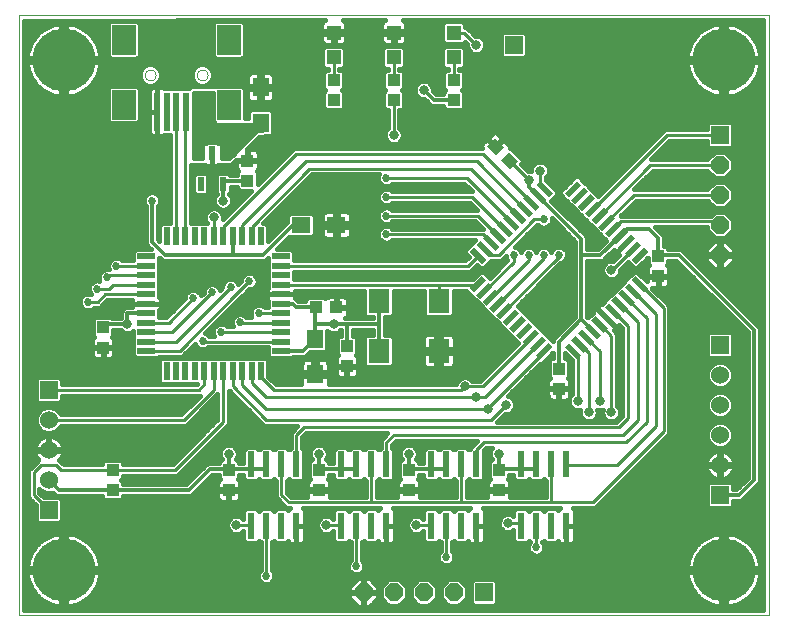
<source format=gtl>
G75*
G70*
%OFA0B0*%
%FSLAX24Y24*%
%IPPOS*%
%LPD*%
%AMOC8*
5,1,8,0,0,1.08239X$1,22.5*
%
%ADD10C,0.0000*%
%ADD11R,0.0236X0.0866*%
%ADD12R,0.0600X0.0600*%
%ADD13OC8,0.0600*%
%ADD14R,0.0394X0.0433*%
%ADD15R,0.0551X0.0630*%
%ADD16R,0.0709X0.0787*%
%ADD17C,0.2100*%
%ADD18C,0.0600*%
%ADD19R,0.0433X0.0394*%
%ADD20R,0.0472X0.0472*%
%ADD21R,0.0591X0.0197*%
%ADD22R,0.0197X0.0591*%
%ADD23R,0.0591X0.0217*%
%ADD24R,0.0217X0.0591*%
%ADD25R,0.0630X0.0551*%
%ADD26R,0.0787X0.0984*%
%ADD27R,0.0197X0.1299*%
%ADD28R,0.0217X0.0472*%
%ADD29C,0.0160*%
%ADD30C,0.0270*%
%ADD31C,0.0320*%
%ADD32C,0.0100*%
%ADD33C,0.0120*%
D10*
X002117Y007448D02*
X002117Y027444D01*
X027117Y027448D01*
X027117Y007448D01*
X002117Y007448D01*
X006323Y025448D02*
X006325Y025474D01*
X006331Y025500D01*
X006341Y025525D01*
X006354Y025548D01*
X006370Y025568D01*
X006390Y025586D01*
X006412Y025601D01*
X006435Y025613D01*
X006461Y025621D01*
X006487Y025625D01*
X006513Y025625D01*
X006539Y025621D01*
X006565Y025613D01*
X006589Y025601D01*
X006610Y025586D01*
X006630Y025568D01*
X006646Y025548D01*
X006659Y025525D01*
X006669Y025500D01*
X006675Y025474D01*
X006677Y025448D01*
X006675Y025422D01*
X006669Y025396D01*
X006659Y025371D01*
X006646Y025348D01*
X006630Y025328D01*
X006610Y025310D01*
X006588Y025295D01*
X006565Y025283D01*
X006539Y025275D01*
X006513Y025271D01*
X006487Y025271D01*
X006461Y025275D01*
X006435Y025283D01*
X006411Y025295D01*
X006390Y025310D01*
X006370Y025328D01*
X006354Y025348D01*
X006341Y025371D01*
X006331Y025396D01*
X006325Y025422D01*
X006323Y025448D01*
X008056Y025448D02*
X008058Y025474D01*
X008064Y025500D01*
X008074Y025525D01*
X008087Y025548D01*
X008103Y025568D01*
X008123Y025586D01*
X008145Y025601D01*
X008168Y025613D01*
X008194Y025621D01*
X008220Y025625D01*
X008246Y025625D01*
X008272Y025621D01*
X008298Y025613D01*
X008322Y025601D01*
X008343Y025586D01*
X008363Y025568D01*
X008379Y025548D01*
X008392Y025525D01*
X008402Y025500D01*
X008408Y025474D01*
X008410Y025448D01*
X008408Y025422D01*
X008402Y025396D01*
X008392Y025371D01*
X008379Y025348D01*
X008363Y025328D01*
X008343Y025310D01*
X008321Y025295D01*
X008298Y025283D01*
X008272Y025275D01*
X008246Y025271D01*
X008220Y025271D01*
X008194Y025275D01*
X008168Y025283D01*
X008144Y025295D01*
X008123Y025310D01*
X008103Y025328D01*
X008087Y025348D01*
X008074Y025371D01*
X008064Y025396D01*
X008058Y025422D01*
X008056Y025448D01*
D11*
X009867Y012472D03*
X010367Y012472D03*
X010867Y012472D03*
X011367Y012472D03*
X012867Y012472D03*
X013367Y012472D03*
X013867Y012472D03*
X014367Y012472D03*
X015867Y012472D03*
X016367Y012472D03*
X016867Y012472D03*
X017367Y012472D03*
X018867Y012472D03*
X019367Y012472D03*
X019867Y012472D03*
X020367Y012472D03*
X020367Y010425D03*
X019867Y010425D03*
X019367Y010425D03*
X018867Y010425D03*
X017367Y010425D03*
X016867Y010425D03*
X016367Y010425D03*
X015867Y010425D03*
X014367Y010425D03*
X013867Y010425D03*
X013367Y010425D03*
X012867Y010425D03*
X011367Y010425D03*
X010867Y010425D03*
X010367Y010425D03*
X009867Y010425D03*
D12*
X003117Y010948D03*
X003117Y014948D03*
X017617Y008198D03*
X025492Y011448D03*
X025492Y016448D03*
X025492Y023448D03*
X018617Y026448D03*
D13*
X025492Y022448D03*
X025492Y021448D03*
X025492Y020448D03*
X025492Y019448D03*
X016617Y008198D03*
X015617Y008198D03*
X014617Y008198D03*
X013617Y008198D03*
D14*
X015117Y011614D03*
X015117Y012283D03*
X018117Y012283D03*
X018117Y011614D03*
X020117Y014989D03*
X020117Y015658D03*
X023429Y018739D03*
X023429Y019408D03*
X013054Y016408D03*
X013054Y015739D03*
X012117Y012283D03*
X012117Y011614D03*
X009117Y011614D03*
X009117Y012283D03*
X004929Y016364D03*
X004929Y017033D03*
X009741Y021926D03*
X009741Y022595D03*
D15*
X010179Y023858D03*
X010179Y025039D03*
X011992Y016664D03*
X011992Y015483D03*
D16*
X014117Y016246D03*
X014117Y017900D03*
X016117Y017900D03*
X016117Y016246D03*
D17*
X025617Y008948D03*
X025617Y025948D03*
X003617Y025948D03*
X003617Y008948D03*
D18*
X003117Y011948D03*
X003117Y012948D03*
X003117Y013948D03*
X025492Y013448D03*
X025492Y014448D03*
X025492Y015448D03*
X025492Y012448D03*
D19*
G36*
X018491Y022295D02*
X018186Y022600D01*
X018465Y022879D01*
X018770Y022574D01*
X018491Y022295D01*
G37*
G36*
X018018Y022768D02*
X017713Y023073D01*
X017992Y023352D01*
X018297Y023047D01*
X018018Y022768D01*
G37*
X016617Y024614D03*
X016617Y025283D03*
X014617Y025283D03*
X014617Y024614D03*
X012617Y024614D03*
X012617Y025283D03*
X012701Y017698D03*
X012032Y017698D03*
X005242Y012283D03*
X005242Y011614D03*
D20*
X012617Y026035D03*
X012617Y026862D03*
X014617Y026862D03*
X014617Y026035D03*
X016617Y026035D03*
X016617Y026862D03*
D21*
G36*
X020867Y021788D02*
X020451Y021372D01*
X020313Y021510D01*
X020729Y021926D01*
X020867Y021788D01*
G37*
G36*
X021089Y021565D02*
X020673Y021149D01*
X020535Y021287D01*
X020951Y021703D01*
X021089Y021565D01*
G37*
G36*
X021312Y021342D02*
X020896Y020926D01*
X020758Y021064D01*
X021174Y021480D01*
X021312Y021342D01*
G37*
G36*
X021535Y021119D02*
X021119Y020703D01*
X020981Y020841D01*
X021397Y021257D01*
X021535Y021119D01*
G37*
G36*
X021758Y020897D02*
X021342Y020481D01*
X021204Y020619D01*
X021620Y021035D01*
X021758Y020897D01*
G37*
G36*
X021980Y020674D02*
X021564Y020258D01*
X021426Y020396D01*
X021842Y020812D01*
X021980Y020674D01*
G37*
G36*
X022203Y020451D02*
X021787Y020035D01*
X021649Y020173D01*
X022065Y020589D01*
X022203Y020451D01*
G37*
G36*
X022426Y020229D02*
X022010Y019813D01*
X021872Y019951D01*
X022288Y020367D01*
X022426Y020229D01*
G37*
G36*
X022648Y020006D02*
X022232Y019590D01*
X022094Y019728D01*
X022510Y020144D01*
X022648Y020006D01*
G37*
G36*
X022871Y019783D02*
X022455Y019367D01*
X022317Y019505D01*
X022733Y019921D01*
X022871Y019783D01*
G37*
G36*
X023094Y019560D02*
X022678Y019144D01*
X022540Y019282D01*
X022956Y019698D01*
X023094Y019560D01*
G37*
G36*
X019920Y016387D02*
X019504Y015971D01*
X019366Y016109D01*
X019782Y016525D01*
X019920Y016387D01*
G37*
G36*
X019698Y016610D02*
X019282Y016194D01*
X019144Y016332D01*
X019560Y016748D01*
X019698Y016610D01*
G37*
G36*
X019475Y016832D02*
X019059Y016416D01*
X018921Y016554D01*
X019337Y016970D01*
X019475Y016832D01*
G37*
G36*
X019252Y017055D02*
X018836Y016639D01*
X018698Y016777D01*
X019114Y017193D01*
X019252Y017055D01*
G37*
G36*
X019029Y017278D02*
X018613Y016862D01*
X018475Y017000D01*
X018891Y017416D01*
X019029Y017278D01*
G37*
G36*
X018807Y017500D02*
X018391Y017084D01*
X018253Y017222D01*
X018669Y017638D01*
X018807Y017500D01*
G37*
G36*
X018584Y017723D02*
X018168Y017307D01*
X018030Y017445D01*
X018446Y017861D01*
X018584Y017723D01*
G37*
G36*
X018361Y017946D02*
X017945Y017530D01*
X017807Y017668D01*
X018223Y018084D01*
X018361Y017946D01*
G37*
G36*
X018139Y018168D02*
X017723Y017752D01*
X017585Y017890D01*
X018001Y018306D01*
X018139Y018168D01*
G37*
G36*
X017916Y018391D02*
X017500Y017975D01*
X017362Y018113D01*
X017778Y018529D01*
X017916Y018391D01*
G37*
G36*
X017693Y018614D02*
X017277Y018198D01*
X017139Y018336D01*
X017555Y018752D01*
X017693Y018614D01*
G37*
D22*
G36*
X017693Y019282D02*
X017555Y019144D01*
X017139Y019560D01*
X017277Y019698D01*
X017693Y019282D01*
G37*
G36*
X017916Y019505D02*
X017778Y019367D01*
X017362Y019783D01*
X017500Y019921D01*
X017916Y019505D01*
G37*
G36*
X018139Y019728D02*
X018001Y019590D01*
X017585Y020006D01*
X017723Y020144D01*
X018139Y019728D01*
G37*
G36*
X018361Y019951D02*
X018223Y019813D01*
X017807Y020229D01*
X017945Y020367D01*
X018361Y019951D01*
G37*
G36*
X018584Y020173D02*
X018446Y020035D01*
X018030Y020451D01*
X018168Y020589D01*
X018584Y020173D01*
G37*
G36*
X018807Y020396D02*
X018669Y020258D01*
X018253Y020674D01*
X018391Y020812D01*
X018807Y020396D01*
G37*
G36*
X019029Y020619D02*
X018891Y020481D01*
X018475Y020897D01*
X018613Y021035D01*
X019029Y020619D01*
G37*
G36*
X019252Y020841D02*
X019114Y020703D01*
X018698Y021119D01*
X018836Y021257D01*
X019252Y020841D01*
G37*
G36*
X019475Y021064D02*
X019337Y020926D01*
X018921Y021342D01*
X019059Y021480D01*
X019475Y021064D01*
G37*
G36*
X019698Y021287D02*
X019560Y021149D01*
X019144Y021565D01*
X019282Y021703D01*
X019698Y021287D01*
G37*
G36*
X019920Y021510D02*
X019782Y021372D01*
X019366Y021788D01*
X019504Y021926D01*
X019920Y021510D01*
G37*
G36*
X023094Y018336D02*
X022956Y018198D01*
X022540Y018614D01*
X022678Y018752D01*
X023094Y018336D01*
G37*
G36*
X022871Y018113D02*
X022733Y017975D01*
X022317Y018391D01*
X022455Y018529D01*
X022871Y018113D01*
G37*
G36*
X022648Y017890D02*
X022510Y017752D01*
X022094Y018168D01*
X022232Y018306D01*
X022648Y017890D01*
G37*
G36*
X022426Y017668D02*
X022288Y017530D01*
X021872Y017946D01*
X022010Y018084D01*
X022426Y017668D01*
G37*
G36*
X022203Y017445D02*
X022065Y017307D01*
X021649Y017723D01*
X021787Y017861D01*
X022203Y017445D01*
G37*
G36*
X021980Y017222D02*
X021842Y017084D01*
X021426Y017500D01*
X021564Y017638D01*
X021980Y017222D01*
G37*
G36*
X021758Y017000D02*
X021620Y016862D01*
X021204Y017278D01*
X021342Y017416D01*
X021758Y017000D01*
G37*
G36*
X021535Y016777D02*
X021397Y016639D01*
X020981Y017055D01*
X021119Y017193D01*
X021535Y016777D01*
G37*
G36*
X021312Y016554D02*
X021174Y016416D01*
X020758Y016832D01*
X020896Y016970D01*
X021312Y016554D01*
G37*
G36*
X021089Y016332D02*
X020951Y016194D01*
X020535Y016610D01*
X020673Y016748D01*
X021089Y016332D01*
G37*
G36*
X020867Y016109D02*
X020729Y015971D01*
X020313Y016387D01*
X020451Y016525D01*
X020867Y016109D01*
G37*
D23*
X010861Y016248D03*
X010861Y016563D03*
X010861Y016878D03*
X010861Y017193D03*
X010861Y017508D03*
X010861Y017823D03*
X010861Y018138D03*
X010861Y018453D03*
X010861Y018768D03*
X010861Y019083D03*
X010861Y019398D03*
X006372Y019398D03*
X006372Y019083D03*
X006372Y018768D03*
X006372Y018453D03*
X006372Y018138D03*
X006372Y017823D03*
X006372Y017508D03*
X006372Y017193D03*
X006372Y016878D03*
X006372Y016563D03*
X006372Y016248D03*
D24*
X007042Y015579D03*
X007357Y015579D03*
X007672Y015579D03*
X007987Y015579D03*
X008302Y015579D03*
X008617Y015579D03*
X008931Y015579D03*
X009246Y015579D03*
X009561Y015579D03*
X009876Y015579D03*
X010191Y015579D03*
X010191Y020067D03*
X009876Y020067D03*
X009561Y020067D03*
X009246Y020067D03*
X008931Y020067D03*
X008617Y020067D03*
X008302Y020067D03*
X007987Y020067D03*
X007672Y020067D03*
X007357Y020067D03*
X007042Y020067D03*
D25*
X011526Y020448D03*
X012707Y020448D03*
D26*
X009119Y024464D03*
X009119Y026629D03*
X005615Y026629D03*
X005615Y024464D03*
D27*
X006737Y024228D03*
X007052Y024228D03*
X007367Y024228D03*
X007681Y024228D03*
X007996Y024228D03*
D28*
X008180Y022835D03*
X008554Y022835D03*
X008928Y022835D03*
X008928Y021811D03*
X008180Y021811D03*
D29*
X007932Y021876D02*
X007862Y021876D01*
X007862Y022034D02*
X007932Y022034D01*
X007932Y022106D02*
X007932Y021517D01*
X008014Y021435D01*
X008346Y021435D01*
X008428Y021517D01*
X008428Y022106D01*
X008346Y022188D01*
X008014Y022188D01*
X007932Y022106D01*
X007862Y022193D02*
X009405Y022193D01*
X009405Y022201D02*
X009405Y022126D01*
X009156Y022126D01*
X009094Y022188D01*
X008762Y022188D01*
X008680Y022106D01*
X008680Y021517D01*
X008721Y021476D01*
X008675Y021431D01*
X008629Y021320D01*
X008629Y021201D01*
X008675Y021091D01*
X008759Y021006D01*
X008869Y020961D01*
X008989Y020961D01*
X009099Y021006D01*
X009183Y021091D01*
X009229Y021201D01*
X009229Y021320D01*
X009183Y021431D01*
X009137Y021477D01*
X009176Y021517D01*
X009176Y021726D01*
X009405Y021726D01*
X009405Y021651D01*
X009487Y021570D01*
X009844Y021570D01*
X008916Y020642D01*
X008916Y020758D01*
X008871Y020868D01*
X008786Y020952D01*
X008676Y020998D01*
X008557Y020998D01*
X008447Y020952D01*
X008362Y020868D01*
X008317Y020758D01*
X008317Y020638D01*
X008362Y020528D01*
X008388Y020503D01*
X008153Y020503D01*
X007862Y020503D01*
X007862Y022446D01*
X008008Y022446D01*
X008320Y022446D01*
X008332Y022458D01*
X008335Y022455D01*
X008376Y022431D01*
X008422Y022419D01*
X008554Y022419D01*
X008686Y022419D01*
X008732Y022431D01*
X008773Y022455D01*
X008776Y022458D01*
X008788Y022446D01*
X008945Y022446D01*
X009038Y022446D01*
X009038Y022446D01*
X009116Y022446D01*
X009195Y022446D01*
X009306Y022557D01*
X009354Y022604D01*
X009365Y022615D01*
X009365Y022614D01*
X009723Y022614D01*
X009723Y022973D01*
X010133Y023383D01*
X010320Y023383D01*
X010340Y023403D01*
X010513Y023403D01*
X010595Y023485D01*
X010595Y024231D01*
X010513Y024313D01*
X009845Y024313D01*
X009763Y024231D01*
X009763Y024013D01*
X009652Y024013D01*
X009652Y025014D01*
X009570Y025096D01*
X008667Y025096D01*
X008646Y025076D01*
X008600Y025076D01*
X007850Y025076D01*
X007792Y025017D01*
X007525Y025017D01*
X007524Y025016D01*
X007523Y025017D01*
X007210Y025017D01*
X007209Y025016D01*
X007208Y025017D01*
X006950Y025017D01*
X006946Y025021D01*
X006904Y025045D01*
X006859Y025057D01*
X006737Y025057D01*
X006737Y024228D01*
X006736Y024228D01*
X006736Y024227D01*
X006737Y024227D01*
X006737Y023398D01*
X006859Y023398D01*
X006904Y023410D01*
X006946Y023434D01*
X006950Y023438D01*
X007167Y023438D01*
X007167Y020503D01*
X006875Y020503D01*
X006793Y020421D01*
X006793Y019929D01*
X006754Y019969D01*
X006754Y021072D01*
X006787Y021105D01*
X006829Y021206D01*
X006829Y021315D01*
X006787Y021416D01*
X006710Y021494D01*
X006609Y021536D01*
X006499Y021536D01*
X006398Y021494D01*
X006321Y021416D01*
X006279Y021315D01*
X006279Y021206D01*
X006321Y021105D01*
X006354Y021072D01*
X006354Y019803D01*
X006471Y019686D01*
X006511Y019646D01*
X006019Y019646D01*
X005937Y019564D01*
X005937Y019273D01*
X005556Y019273D01*
X005522Y019306D01*
X005421Y019348D01*
X005312Y019348D01*
X005211Y019306D01*
X005133Y019229D01*
X005092Y019128D01*
X005092Y019018D01*
X005111Y018972D01*
X005109Y018973D01*
X004999Y018973D01*
X004898Y018931D01*
X004821Y018854D01*
X004779Y018753D01*
X004779Y018643D01*
X004798Y018597D01*
X004796Y018598D01*
X004687Y018598D01*
X004586Y018556D01*
X004508Y018479D01*
X004466Y018378D01*
X004466Y018268D01*
X004508Y018167D01*
X004537Y018138D01*
X004484Y018161D01*
X004374Y018161D01*
X004273Y018119D01*
X004196Y018041D01*
X004154Y017940D01*
X004154Y017831D01*
X004196Y017730D01*
X004273Y017653D01*
X004374Y017611D01*
X004484Y017611D01*
X004585Y017653D01*
X004628Y017696D01*
X004820Y017696D01*
X004931Y017807D01*
X005073Y017948D01*
X005897Y017948D01*
X005897Y017823D01*
X005897Y017708D01*
X005824Y017708D01*
X005659Y017708D01*
X005541Y017591D01*
X005541Y017360D01*
X005517Y017336D01*
X005238Y017336D01*
X005184Y017389D01*
X004674Y017389D01*
X004592Y017307D01*
X004592Y016758D01*
X004625Y016726D01*
X004622Y016724D01*
X004588Y016691D01*
X004564Y016650D01*
X004552Y016604D01*
X004552Y016382D01*
X004910Y016382D01*
X004910Y016345D01*
X004552Y016345D01*
X004552Y016123D01*
X004564Y016078D01*
X004588Y016036D01*
X004622Y016003D01*
X004663Y015979D01*
X004708Y015967D01*
X004911Y015967D01*
X004911Y016345D01*
X004947Y016345D01*
X004947Y015967D01*
X005150Y015967D01*
X005195Y015979D01*
X005236Y016003D01*
X005270Y016036D01*
X005294Y016078D01*
X005306Y016123D01*
X005306Y016345D01*
X004948Y016345D01*
X004948Y016382D01*
X005306Y016382D01*
X005306Y016604D01*
X005294Y016650D01*
X005270Y016691D01*
X005236Y016724D01*
X005233Y016726D01*
X005266Y016758D01*
X005266Y016936D01*
X005517Y016936D01*
X005572Y016881D01*
X005682Y016836D01*
X005801Y016836D01*
X005911Y016881D01*
X005937Y016907D01*
X005937Y016712D01*
X005937Y016397D01*
X005937Y016082D01*
X006019Y016000D01*
X006726Y016000D01*
X006784Y016058D01*
X007401Y016058D01*
X007558Y016058D01*
X007982Y016482D01*
X008008Y016417D01*
X008086Y016340D01*
X008187Y016298D01*
X008296Y016298D01*
X008397Y016340D01*
X008431Y016373D01*
X010425Y016373D01*
X010425Y016082D01*
X010507Y016000D01*
X011214Y016000D01*
X011262Y016048D01*
X011493Y016048D01*
X011659Y016048D01*
X011819Y016209D01*
X012325Y016209D01*
X012407Y016291D01*
X012407Y016921D01*
X012447Y016881D01*
X012557Y016836D01*
X012676Y016836D01*
X012786Y016881D01*
X012841Y016936D01*
X012854Y016936D01*
X012854Y016764D01*
X012799Y016764D01*
X012717Y016682D01*
X012717Y016133D01*
X012750Y016101D01*
X012747Y016099D01*
X012713Y016066D01*
X012689Y016024D01*
X012677Y015979D01*
X012677Y015757D01*
X013035Y015757D01*
X013035Y015720D01*
X012677Y015720D01*
X012677Y015498D01*
X012689Y015452D01*
X012713Y015411D01*
X012747Y015378D01*
X012788Y015354D01*
X012833Y015342D01*
X013036Y015342D01*
X013036Y015720D01*
X013072Y015720D01*
X013072Y015342D01*
X013275Y015342D01*
X013320Y015354D01*
X013361Y015378D01*
X013395Y015411D01*
X013419Y015452D01*
X013431Y015498D01*
X013431Y015720D01*
X013073Y015720D01*
X013073Y015757D01*
X013431Y015757D01*
X013431Y015979D01*
X013419Y016024D01*
X013395Y016066D01*
X013361Y016099D01*
X013358Y016101D01*
X013391Y016133D01*
X013391Y016682D01*
X013309Y016764D01*
X013254Y016764D01*
X013254Y016936D01*
X013917Y016936D01*
X013917Y016780D01*
X013704Y016780D01*
X013622Y016698D01*
X013622Y015795D01*
X013704Y015713D01*
X014529Y015713D01*
X014611Y015795D01*
X014611Y016698D01*
X014529Y016780D01*
X014316Y016780D01*
X014316Y017053D01*
X014316Y017219D01*
X014316Y017366D01*
X014529Y017366D01*
X014611Y017448D01*
X014611Y018263D01*
X015622Y018263D01*
X015622Y017448D01*
X015704Y017366D01*
X016529Y017366D01*
X016611Y017448D01*
X016611Y018263D01*
X017012Y018263D01*
X017219Y018057D01*
X017220Y018057D01*
X017220Y018055D01*
X017442Y017834D01*
X017443Y017834D01*
X017443Y017832D01*
X017664Y017611D01*
X017666Y017611D01*
X017666Y017610D01*
X017887Y017388D01*
X017889Y017388D01*
X017889Y017387D01*
X018110Y017166D01*
X018111Y017166D01*
X018111Y017164D01*
X018332Y016943D01*
X018334Y016943D01*
X018334Y016941D01*
X018555Y016720D01*
X018557Y016720D01*
X018557Y016719D01*
X018756Y016520D01*
X017499Y015263D01*
X017226Y015263D01*
X017161Y015327D01*
X017051Y015373D01*
X016932Y015373D01*
X016822Y015327D01*
X016737Y015243D01*
X016694Y015138D01*
X012446Y015138D01*
X012447Y015144D01*
X012447Y015425D01*
X012050Y015425D01*
X012050Y015540D01*
X012447Y015540D01*
X012447Y015821D01*
X012435Y015867D01*
X012411Y015908D01*
X012378Y015942D01*
X012337Y015965D01*
X012291Y015978D01*
X012049Y015978D01*
X012049Y015541D01*
X011934Y015541D01*
X011934Y015978D01*
X011692Y015978D01*
X011646Y015965D01*
X011605Y015942D01*
X011572Y015908D01*
X011548Y015867D01*
X011536Y015821D01*
X011536Y015540D01*
X011933Y015540D01*
X011933Y015425D01*
X011536Y015425D01*
X011536Y015144D01*
X011538Y015138D01*
X010695Y015138D01*
X010440Y015394D01*
X010440Y015932D01*
X010358Y016014D01*
X010025Y016014D01*
X009710Y016014D01*
X009395Y016014D01*
X009080Y016014D01*
X008765Y016014D01*
X008468Y016014D01*
X008135Y016014D01*
X007820Y016014D01*
X007505Y016014D01*
X007190Y016014D01*
X006875Y016014D01*
X006793Y015932D01*
X006793Y015226D01*
X006875Y015144D01*
X007190Y015144D01*
X007505Y015144D01*
X007820Y015144D01*
X008044Y015144D01*
X008038Y015138D01*
X003556Y015138D01*
X003556Y015306D01*
X003475Y015388D01*
X002759Y015388D01*
X002677Y015306D01*
X002677Y014590D01*
X002759Y014508D01*
X003475Y014508D01*
X003556Y014590D01*
X003556Y014758D01*
X008038Y014758D01*
X008158Y014758D01*
X007538Y014138D01*
X003514Y014138D01*
X003490Y014197D01*
X003366Y014321D01*
X003204Y014388D01*
X003029Y014388D01*
X002867Y014321D01*
X002744Y014197D01*
X002677Y014036D01*
X002677Y013861D01*
X002744Y013699D01*
X002867Y013575D01*
X003029Y013508D01*
X003204Y013508D01*
X003366Y013575D01*
X003490Y013699D01*
X003514Y013758D01*
X007538Y013758D01*
X007695Y013758D01*
X008741Y014804D01*
X008741Y013967D01*
X007663Y012888D01*
X007364Y012589D01*
X007247Y012473D01*
X005598Y012473D01*
X005598Y012538D01*
X005516Y012620D01*
X004967Y012620D01*
X004885Y012538D01*
X004885Y012473D01*
X003611Y012473D01*
X003556Y012527D01*
X003465Y012618D01*
X003483Y012635D01*
X003527Y012697D01*
X003561Y012764D01*
X003585Y012836D01*
X003596Y012910D01*
X003596Y012928D01*
X003137Y012928D01*
X003137Y012968D01*
X003596Y012968D01*
X003596Y012986D01*
X003585Y013061D01*
X003561Y013132D01*
X003527Y013200D01*
X003483Y013261D01*
X003429Y013314D01*
X008089Y013314D01*
X007930Y013156D02*
X003549Y013156D01*
X003595Y012997D02*
X007772Y012997D01*
X007613Y012839D02*
X003585Y012839D01*
X003515Y012680D02*
X007455Y012680D01*
X007296Y012522D02*
X005598Y012522D01*
X005598Y012093D02*
X007247Y012093D01*
X007405Y012093D01*
X007633Y012321D01*
X007931Y012619D01*
X009121Y013809D01*
X009121Y013967D01*
X009121Y014925D01*
X010288Y013758D01*
X010445Y013758D01*
X011408Y013758D01*
X011288Y013638D01*
X011177Y013527D01*
X011177Y013031D01*
X011116Y012971D01*
X011043Y013045D01*
X010690Y013045D01*
X010616Y012971D01*
X010543Y013045D01*
X010190Y013045D01*
X010117Y012971D01*
X010043Y013045D01*
X009690Y013045D01*
X009608Y012963D01*
X009608Y012523D01*
X009453Y012523D01*
X009453Y012557D01*
X009371Y012639D01*
X009357Y012639D01*
X009371Y012653D01*
X009416Y012763D01*
X009416Y012883D01*
X009371Y012993D01*
X009286Y013077D01*
X009176Y013123D01*
X009057Y013123D01*
X008947Y013077D01*
X008862Y012993D01*
X008817Y012883D01*
X008817Y012763D01*
X008862Y012653D01*
X008876Y012639D01*
X008862Y012639D01*
X008780Y012557D01*
X008780Y012523D01*
X008409Y012523D01*
X008292Y012406D01*
X007699Y011814D01*
X005598Y011814D01*
X005598Y011868D01*
X005518Y011948D01*
X005598Y012028D01*
X005598Y012093D01*
X005598Y012046D02*
X007931Y012046D01*
X007773Y011887D02*
X005579Y011887D01*
X005598Y011414D02*
X007699Y011414D01*
X007865Y011414D01*
X008574Y012123D01*
X008780Y012123D01*
X008780Y012008D01*
X008812Y011976D01*
X008809Y011974D01*
X008776Y011941D01*
X008752Y011900D01*
X008740Y011854D01*
X008740Y011632D01*
X009098Y011632D01*
X009098Y011595D01*
X009135Y011595D01*
X009135Y011217D01*
X009337Y011217D01*
X009383Y011229D01*
X009424Y011253D01*
X009457Y011286D01*
X009481Y011328D01*
X009493Y011373D01*
X009493Y011595D01*
X009135Y011595D01*
X009135Y011632D01*
X009493Y011632D01*
X009493Y011854D01*
X009481Y011900D01*
X009457Y011941D01*
X009424Y011974D01*
X009421Y011976D01*
X009453Y012008D01*
X009453Y012123D01*
X009608Y012123D01*
X009608Y011981D01*
X009690Y011899D01*
X010043Y011899D01*
X010117Y011973D01*
X010190Y011899D01*
X010543Y011899D01*
X010616Y011973D01*
X010677Y011913D01*
X010677Y011527D01*
X010677Y011369D01*
X010927Y011119D01*
X011038Y011008D01*
X011149Y011008D01*
X011138Y011002D01*
X011104Y010968D01*
X011093Y010948D01*
X011043Y010998D01*
X010690Y010998D01*
X010616Y010924D01*
X010543Y010998D01*
X010190Y010998D01*
X010117Y010924D01*
X010043Y010998D01*
X009690Y010998D01*
X009608Y010916D01*
X009608Y010638D01*
X009601Y010638D01*
X009536Y010702D01*
X009426Y010748D01*
X009307Y010748D01*
X009197Y010702D01*
X009112Y010618D01*
X009067Y010508D01*
X009067Y010388D01*
X009112Y010278D01*
X009197Y010194D01*
X009307Y010148D01*
X009426Y010148D01*
X009536Y010194D01*
X009601Y010258D01*
X009608Y010258D01*
X009608Y009933D01*
X009690Y009851D01*
X010043Y009851D01*
X010117Y009925D01*
X010177Y009865D01*
X010177Y008960D01*
X010133Y008916D01*
X010092Y008815D01*
X010092Y008706D01*
X010133Y008605D01*
X010211Y008528D01*
X010312Y008486D01*
X010421Y008486D01*
X010522Y008528D01*
X010600Y008605D01*
X010641Y008706D01*
X010641Y008815D01*
X010600Y008916D01*
X010556Y008960D01*
X010556Y009865D01*
X010616Y009925D01*
X010690Y009851D01*
X011043Y009851D01*
X011093Y009901D01*
X011104Y009881D01*
X011138Y009847D01*
X011179Y009824D01*
X011225Y009811D01*
X011366Y009811D01*
X011366Y010424D01*
X011367Y010424D01*
X011367Y010425D01*
X011665Y010425D01*
X011665Y010881D01*
X011652Y010927D01*
X011629Y010968D01*
X011595Y011002D01*
X011584Y011008D01*
X013788Y011008D01*
X014149Y011008D01*
X014138Y011002D01*
X014104Y010968D01*
X014093Y010948D01*
X014043Y010998D01*
X013690Y010998D01*
X013616Y010924D01*
X013543Y010998D01*
X013190Y010998D01*
X013117Y010924D01*
X013043Y010998D01*
X012690Y010998D01*
X012608Y010916D01*
X012608Y010638D01*
X012601Y010638D01*
X012536Y010702D01*
X012426Y010748D01*
X012307Y010748D01*
X012197Y010702D01*
X012112Y010618D01*
X012067Y010508D01*
X012067Y010388D01*
X012112Y010278D01*
X012197Y010194D01*
X012307Y010148D01*
X012426Y010148D01*
X012536Y010194D01*
X012601Y010258D01*
X012608Y010258D01*
X012608Y009933D01*
X012690Y009851D01*
X013043Y009851D01*
X013117Y009925D01*
X013177Y009865D01*
X013177Y009272D01*
X013133Y009229D01*
X013092Y009128D01*
X013092Y009018D01*
X013133Y008917D01*
X013211Y008840D01*
X013312Y008798D01*
X013421Y008798D01*
X013522Y008840D01*
X013600Y008917D01*
X013641Y009018D01*
X013641Y009128D01*
X013600Y009229D01*
X013556Y009272D01*
X013556Y009865D01*
X013616Y009925D01*
X013690Y009851D01*
X014043Y009851D01*
X014093Y009901D01*
X014104Y009881D01*
X014138Y009847D01*
X014179Y009824D01*
X014225Y009811D01*
X014366Y009811D01*
X014366Y010424D01*
X014367Y010424D01*
X014367Y010425D01*
X014665Y010425D01*
X014665Y010881D01*
X014652Y010927D01*
X014629Y010968D01*
X014595Y011002D01*
X014584Y011008D01*
X016788Y011008D01*
X017149Y011008D01*
X017138Y011002D01*
X017104Y010968D01*
X017093Y010948D01*
X017043Y010998D01*
X016690Y010998D01*
X016616Y010924D01*
X016543Y010998D01*
X016190Y010998D01*
X016117Y010924D01*
X016043Y010998D01*
X015690Y010998D01*
X015608Y010916D01*
X015608Y010638D01*
X015601Y010638D01*
X015536Y010702D01*
X015426Y010748D01*
X015307Y010748D01*
X015197Y010702D01*
X015112Y010618D01*
X015067Y010508D01*
X015067Y010388D01*
X015112Y010278D01*
X015197Y010194D01*
X015307Y010148D01*
X015426Y010148D01*
X015536Y010194D01*
X015601Y010258D01*
X015608Y010258D01*
X015608Y009933D01*
X015690Y009851D01*
X016043Y009851D01*
X016117Y009925D01*
X016177Y009865D01*
X016177Y009585D01*
X016133Y009541D01*
X016092Y009440D01*
X016092Y009331D01*
X016133Y009230D01*
X016211Y009153D01*
X016312Y009111D01*
X016421Y009111D01*
X016522Y009153D01*
X016600Y009230D01*
X016641Y009331D01*
X016641Y009440D01*
X016600Y009541D01*
X016556Y009585D01*
X016556Y009865D01*
X016616Y009925D01*
X016690Y009851D01*
X017043Y009851D01*
X017093Y009901D01*
X017104Y009881D01*
X017138Y009847D01*
X017179Y009824D01*
X017225Y009811D01*
X017366Y009811D01*
X017366Y010424D01*
X017367Y010424D01*
X017367Y010425D01*
X017665Y010425D01*
X017665Y010881D01*
X017652Y010927D01*
X017629Y010968D01*
X017595Y011002D01*
X017584Y011008D01*
X019788Y011008D01*
X019945Y011008D01*
X020149Y011008D01*
X020138Y011002D01*
X020104Y010968D01*
X020093Y010948D01*
X020043Y010998D01*
X019690Y010998D01*
X019616Y010924D01*
X019543Y010998D01*
X019190Y010998D01*
X019117Y010924D01*
X019043Y010998D01*
X018690Y010998D01*
X018608Y010916D01*
X018608Y010755D01*
X018599Y010765D01*
X018489Y010811D01*
X018369Y010811D01*
X018259Y010765D01*
X018175Y010681D01*
X018129Y010570D01*
X018129Y010451D01*
X018175Y010341D01*
X018259Y010256D01*
X018369Y010211D01*
X018489Y010211D01*
X018599Y010256D01*
X018608Y010266D01*
X018608Y009933D01*
X018690Y009851D01*
X019043Y009851D01*
X019117Y009925D01*
X019161Y009881D01*
X019133Y009854D01*
X019092Y009753D01*
X019092Y009643D01*
X019133Y009542D01*
X019211Y009465D01*
X019312Y009423D01*
X019421Y009423D01*
X019522Y009465D01*
X019600Y009542D01*
X019641Y009643D01*
X019641Y009753D01*
X019600Y009854D01*
X019572Y009881D01*
X019616Y009925D01*
X019690Y009851D01*
X020043Y009851D01*
X020093Y009901D01*
X020104Y009881D01*
X020138Y009847D01*
X020179Y009824D01*
X020225Y009811D01*
X020366Y009811D01*
X020366Y010424D01*
X020367Y010424D01*
X020367Y010425D01*
X020665Y010425D01*
X020665Y010881D01*
X020652Y010927D01*
X020629Y010968D01*
X020595Y011002D01*
X020584Y011008D01*
X021320Y011008D01*
X021431Y011119D01*
X023806Y013494D01*
X023806Y013652D01*
X023806Y017754D01*
X023695Y017865D01*
X023235Y018325D01*
X023235Y018342D01*
X023411Y018342D01*
X023411Y018720D01*
X023447Y018720D01*
X023447Y018342D01*
X023650Y018342D01*
X023695Y018354D01*
X023736Y018378D01*
X023770Y018411D01*
X023794Y018453D01*
X023806Y018498D01*
X023806Y018720D01*
X023448Y018720D01*
X023448Y018757D01*
X023806Y018757D01*
X023806Y018979D01*
X023794Y019025D01*
X023770Y019066D01*
X023736Y019099D01*
X023733Y019101D01*
X023766Y019133D01*
X023766Y019248D01*
X024034Y019248D01*
X026417Y016865D01*
X026417Y012031D01*
X026034Y011648D01*
X025931Y011648D01*
X025931Y011806D01*
X025850Y011888D01*
X025134Y011888D01*
X025052Y011806D01*
X025052Y011090D01*
X025134Y011008D01*
X025850Y011008D01*
X025931Y011090D01*
X025931Y011248D01*
X026199Y011248D01*
X026316Y011365D01*
X026699Y011748D01*
X026816Y011865D01*
X026816Y016865D01*
X026816Y017031D01*
X024199Y019648D01*
X024034Y019648D01*
X023766Y019648D01*
X023766Y019682D01*
X023684Y019764D01*
X023629Y019764D01*
X023629Y019928D01*
X023629Y020094D01*
X023339Y020383D01*
X025052Y020383D01*
X025052Y020266D01*
X025309Y020008D01*
X025674Y020008D01*
X025931Y020266D01*
X025931Y020630D01*
X025674Y020888D01*
X025309Y020888D01*
X025184Y020763D01*
X022200Y020763D01*
X022695Y021258D01*
X025059Y021258D01*
X025309Y021008D01*
X025674Y021008D01*
X025931Y021266D01*
X025931Y021630D01*
X025674Y021888D01*
X025309Y021888D01*
X025059Y021638D01*
X022695Y021638D01*
X022630Y021638D01*
X023250Y022258D01*
X025059Y022258D01*
X025309Y022008D01*
X025674Y022008D01*
X025931Y022266D01*
X025931Y022630D01*
X025674Y022888D01*
X025309Y022888D01*
X025059Y022638D01*
X023250Y022638D01*
X023184Y022638D01*
X023804Y023258D01*
X025052Y023258D01*
X025052Y023090D01*
X025134Y023008D01*
X025850Y023008D01*
X025931Y023090D01*
X025931Y023806D01*
X025850Y023888D01*
X025134Y023888D01*
X025052Y023806D01*
X025052Y023638D01*
X023804Y023638D01*
X023647Y023638D01*
X021431Y021422D01*
X021232Y021621D01*
X021231Y021621D01*
X021231Y021623D01*
X021010Y021844D01*
X021008Y021844D01*
X021008Y021846D01*
X020787Y022067D01*
X020671Y022067D01*
X020171Y021567D01*
X020171Y021451D01*
X020393Y021230D01*
X020394Y021230D01*
X020394Y021229D01*
X020615Y021007D01*
X020617Y021007D01*
X020617Y021006D01*
X020838Y020785D01*
X020840Y020785D01*
X020840Y020783D01*
X021061Y020562D01*
X021062Y020562D01*
X021062Y020560D01*
X021283Y020339D01*
X021285Y020339D01*
X021285Y020338D01*
X021506Y020117D01*
X021508Y020117D01*
X021508Y020115D01*
X021700Y019923D01*
X021424Y019648D01*
X021066Y019648D01*
X021066Y020063D01*
X020949Y020180D01*
X019870Y021259D01*
X020062Y021451D01*
X020062Y021567D01*
X019681Y021947D01*
X019681Y022026D01*
X019746Y022091D01*
X019791Y022201D01*
X019791Y022320D01*
X019746Y022431D01*
X019661Y022515D01*
X019551Y022561D01*
X019432Y022561D01*
X019322Y022515D01*
X019237Y022431D01*
X019192Y022320D01*
X019192Y022242D01*
X019176Y022248D01*
X019099Y022248D01*
X018872Y022476D01*
X018910Y022515D01*
X018910Y022631D01*
X018522Y023019D01*
X018476Y023019D01*
X018477Y023022D01*
X018477Y023070D01*
X018465Y023115D01*
X018441Y023156D01*
X018284Y023313D01*
X018031Y023060D01*
X018005Y023086D01*
X018258Y023339D01*
X018101Y023496D01*
X018060Y023520D01*
X018015Y023532D01*
X017967Y023532D01*
X017921Y023520D01*
X017880Y023496D01*
X017738Y023353D01*
X018005Y023086D01*
X017979Y023060D01*
X017711Y023327D01*
X017569Y023184D01*
X017545Y023143D01*
X017533Y023097D01*
X017533Y023050D01*
X017543Y023013D01*
X011445Y023013D01*
X011288Y023013D01*
X010078Y021804D01*
X010078Y022201D01*
X010046Y022233D01*
X010049Y022235D01*
X010082Y022268D01*
X010106Y022309D01*
X010118Y022355D01*
X010118Y022577D01*
X009760Y022577D01*
X009760Y022614D01*
X009723Y022614D01*
X009723Y022577D01*
X009365Y022577D01*
X009365Y022355D01*
X009377Y022309D01*
X009401Y022268D01*
X009434Y022235D01*
X009437Y022233D01*
X009405Y022201D01*
X009366Y022351D02*
X007862Y022351D01*
X008428Y022034D02*
X008680Y022034D01*
X008680Y021876D02*
X008428Y021876D01*
X008428Y021717D02*
X008680Y021717D01*
X008680Y021559D02*
X008428Y021559D01*
X008662Y021400D02*
X007862Y021400D01*
X007862Y021241D02*
X008629Y021241D01*
X008683Y021083D02*
X007862Y021083D01*
X007862Y020924D02*
X008418Y020924D01*
X008320Y020766D02*
X007862Y020766D01*
X007862Y020607D02*
X008329Y020607D01*
X008815Y020924D02*
X009199Y020924D01*
X009175Y021083D02*
X009358Y021083D01*
X009229Y021241D02*
X009516Y021241D01*
X009675Y021400D02*
X009196Y021400D01*
X009176Y021559D02*
X009833Y021559D01*
X010078Y021876D02*
X010150Y021876D01*
X010078Y022034D02*
X010309Y022034D01*
X010467Y022193D02*
X010078Y022193D01*
X010117Y022351D02*
X010626Y022351D01*
X010784Y022510D02*
X010118Y022510D01*
X010118Y022614D02*
X010118Y022836D01*
X010106Y022881D01*
X010082Y022922D01*
X010049Y022956D01*
X010008Y022980D01*
X009962Y022992D01*
X009760Y022992D01*
X009760Y022614D01*
X010118Y022614D01*
X010118Y022668D02*
X010943Y022668D01*
X011102Y022827D02*
X010118Y022827D01*
X009986Y022985D02*
X011260Y022985D01*
X010571Y023461D02*
X014317Y023461D01*
X014317Y023508D02*
X014317Y023388D01*
X014362Y023278D01*
X014447Y023194D01*
X014557Y023148D01*
X014676Y023148D01*
X014786Y023194D01*
X014871Y023278D01*
X014916Y023388D01*
X014916Y023508D01*
X014871Y023618D01*
X014806Y023682D01*
X014806Y024277D01*
X014891Y024277D01*
X014973Y024359D01*
X014973Y024868D01*
X014893Y024948D01*
X014973Y025028D01*
X014973Y025538D01*
X014891Y025620D01*
X014806Y025620D01*
X014806Y025659D01*
X014911Y025659D01*
X014993Y025741D01*
X014993Y026329D01*
X014911Y026411D01*
X014322Y026411D01*
X014240Y026329D01*
X014240Y025741D01*
X014322Y025659D01*
X014427Y025659D01*
X014427Y025620D01*
X014342Y025620D01*
X014260Y025538D01*
X014260Y025028D01*
X014340Y024948D01*
X014260Y024868D01*
X014260Y024359D01*
X014342Y024277D01*
X014427Y024277D01*
X014427Y023682D01*
X014362Y023618D01*
X014317Y023508D01*
X014364Y023620D02*
X010595Y023620D01*
X010595Y023778D02*
X014427Y023778D01*
X014427Y023937D02*
X010595Y023937D01*
X010595Y024095D02*
X014427Y024095D01*
X014427Y024254D02*
X010571Y024254D01*
X010478Y024544D02*
X010237Y024544D01*
X010237Y024981D01*
X010237Y025097D01*
X010121Y025097D01*
X010121Y025534D01*
X009880Y025534D01*
X009834Y025521D01*
X009793Y025498D01*
X009759Y025464D01*
X009736Y025423D01*
X009723Y025377D01*
X009723Y025097D01*
X010121Y025097D01*
X010121Y024981D01*
X009723Y024981D01*
X009723Y024700D01*
X009736Y024654D01*
X009759Y024613D01*
X009793Y024580D01*
X009834Y024556D01*
X009880Y024544D01*
X010121Y024544D01*
X010121Y024981D01*
X010237Y024981D01*
X010635Y024981D01*
X010635Y024700D01*
X010622Y024654D01*
X010599Y024613D01*
X010565Y024580D01*
X010524Y024556D01*
X010478Y024544D01*
X010550Y024571D02*
X012260Y024571D01*
X012260Y024729D02*
X010635Y024729D01*
X010635Y024888D02*
X012280Y024888D01*
X012260Y024868D02*
X012340Y024948D01*
X012260Y025028D01*
X012260Y025538D01*
X012342Y025620D01*
X012427Y025620D01*
X012427Y025659D01*
X012322Y025659D01*
X012240Y025741D01*
X012240Y026329D01*
X012322Y026411D01*
X012911Y026411D01*
X012993Y026329D01*
X012993Y025741D01*
X012911Y025659D01*
X012806Y025659D01*
X012806Y025620D01*
X012891Y025620D01*
X012973Y025538D01*
X012973Y025028D01*
X012893Y024948D01*
X012973Y024868D01*
X012973Y024359D01*
X012891Y024277D01*
X012342Y024277D01*
X012260Y024359D01*
X012260Y024868D01*
X012260Y025046D02*
X010237Y025046D01*
X010237Y025097D02*
X010635Y025097D01*
X010635Y025377D01*
X010622Y025423D01*
X010599Y025464D01*
X010565Y025498D01*
X010524Y025521D01*
X010478Y025534D01*
X010237Y025534D01*
X010237Y025097D01*
X010237Y025205D02*
X010121Y025205D01*
X010121Y025046D02*
X009620Y025046D01*
X009652Y024888D02*
X009723Y024888D01*
X009723Y024729D02*
X009652Y024729D01*
X009652Y024571D02*
X009808Y024571D01*
X009652Y024412D02*
X012260Y024412D01*
X012973Y024412D02*
X014260Y024412D01*
X014260Y024571D02*
X012973Y024571D01*
X012973Y024729D02*
X014260Y024729D01*
X014280Y024888D02*
X012953Y024888D01*
X012973Y025046D02*
X014260Y025046D01*
X014260Y025205D02*
X012973Y025205D01*
X012973Y025364D02*
X014260Y025364D01*
X014260Y025522D02*
X012973Y025522D01*
X012933Y025681D02*
X014300Y025681D01*
X014240Y025839D02*
X012993Y025839D01*
X012993Y025998D02*
X014240Y025998D01*
X014240Y026156D02*
X012993Y026156D01*
X012993Y026315D02*
X014240Y026315D01*
X014311Y026458D02*
X014357Y026445D01*
X014578Y026445D01*
X014578Y026823D01*
X014200Y026823D01*
X014200Y026602D01*
X014213Y026556D01*
X014236Y026515D01*
X014270Y026481D01*
X014311Y026458D01*
X014283Y026473D02*
X012950Y026473D01*
X012963Y026481D02*
X012997Y026515D01*
X013020Y026556D01*
X013033Y026602D01*
X013033Y026823D01*
X012655Y026823D01*
X012655Y026900D01*
X013033Y026900D01*
X013033Y027121D01*
X013020Y027167D01*
X012997Y027208D01*
X012963Y027242D01*
X012922Y027265D01*
X012920Y027266D01*
X014314Y027266D01*
X014311Y027265D01*
X014270Y027242D01*
X014236Y027208D01*
X014213Y027167D01*
X014200Y027121D01*
X014200Y026900D01*
X014578Y026900D01*
X014578Y026823D01*
X014655Y026823D01*
X014655Y026900D01*
X015033Y026900D01*
X015033Y027121D01*
X015020Y027167D01*
X014997Y027208D01*
X014963Y027242D01*
X014922Y027265D01*
X014919Y027266D01*
X026937Y027268D01*
X026937Y007628D01*
X002296Y007628D01*
X002296Y027264D01*
X012312Y027266D01*
X012311Y027265D01*
X012270Y027242D01*
X012236Y027208D01*
X012213Y027167D01*
X012200Y027121D01*
X012200Y026900D01*
X012578Y026900D01*
X012578Y026823D01*
X012655Y026823D01*
X012655Y026445D01*
X012876Y026445D01*
X012922Y026458D01*
X012963Y026481D01*
X013033Y026632D02*
X014200Y026632D01*
X014200Y026790D02*
X013033Y026790D01*
X013033Y026949D02*
X014200Y026949D01*
X014200Y027108D02*
X013033Y027108D01*
X012655Y026790D02*
X012578Y026790D01*
X012578Y026823D02*
X012578Y026445D01*
X012357Y026445D01*
X012311Y026458D01*
X012270Y026481D01*
X012236Y026515D01*
X012213Y026556D01*
X012200Y026602D01*
X012200Y026823D01*
X012578Y026823D01*
X012578Y026632D02*
X012655Y026632D01*
X012655Y026473D02*
X012578Y026473D01*
X012283Y026473D02*
X009652Y026473D01*
X009652Y026315D02*
X012240Y026315D01*
X012240Y026156D02*
X009652Y026156D01*
X009652Y026079D02*
X009652Y027179D01*
X009570Y027261D01*
X008667Y027261D01*
X008585Y027179D01*
X008585Y026079D01*
X008667Y025997D01*
X009570Y025997D01*
X009652Y026079D01*
X009571Y025998D02*
X012240Y025998D01*
X012240Y025839D02*
X004842Y025839D01*
X004845Y025868D02*
X003697Y025868D01*
X003697Y026028D01*
X004845Y026028D01*
X004831Y026155D01*
X004800Y026289D01*
X004755Y026420D01*
X004695Y026544D01*
X004621Y026661D01*
X004535Y026769D01*
X004437Y026867D01*
X004329Y026953D01*
X004212Y027026D01*
X004088Y027086D01*
X003958Y027132D01*
X003823Y027163D01*
X003696Y027177D01*
X003696Y026028D01*
X003537Y026028D01*
X003537Y027177D01*
X003410Y027163D01*
X003275Y027132D01*
X003145Y027086D01*
X003021Y027026D01*
X002904Y026953D01*
X002796Y026867D01*
X002698Y026769D01*
X002612Y026661D01*
X002538Y026544D01*
X002478Y026420D01*
X002433Y026289D01*
X002402Y026155D01*
X002388Y026028D01*
X003536Y026028D01*
X003536Y025868D01*
X002388Y025868D01*
X002402Y025742D01*
X002433Y025607D01*
X002478Y025477D01*
X002538Y025352D01*
X002612Y025235D01*
X002698Y025127D01*
X002796Y025030D01*
X002904Y024943D01*
X003021Y024870D01*
X003145Y024810D01*
X003275Y024764D01*
X003410Y024734D01*
X003537Y024719D01*
X003537Y025868D01*
X003696Y025868D01*
X003696Y024719D01*
X003823Y024734D01*
X003958Y024764D01*
X004088Y024810D01*
X004212Y024870D01*
X004329Y024943D01*
X004437Y025030D01*
X004535Y025127D01*
X004621Y025235D01*
X004695Y025352D01*
X004755Y025477D01*
X004800Y025607D01*
X004831Y025742D01*
X004845Y025868D01*
X004817Y025681D02*
X006228Y025681D01*
X006198Y025650D02*
X006143Y025519D01*
X006143Y025377D01*
X006198Y025246D01*
X006298Y025145D01*
X006429Y025091D01*
X006571Y025091D01*
X006703Y025145D01*
X006803Y025246D01*
X006858Y025377D01*
X006858Y025519D01*
X006803Y025650D01*
X006703Y025751D01*
X006571Y025805D01*
X006429Y025805D01*
X006298Y025751D01*
X006198Y025650D01*
X006144Y025522D02*
X004771Y025522D01*
X004700Y025364D02*
X006149Y025364D01*
X006238Y025205D02*
X004597Y025205D01*
X004454Y025046D02*
X005113Y025046D01*
X005081Y025014D02*
X005163Y025096D01*
X006066Y025096D01*
X006148Y025014D01*
X006148Y023914D01*
X006066Y023832D01*
X005163Y023832D01*
X005081Y023914D01*
X005081Y025014D01*
X005081Y024888D02*
X004241Y024888D01*
X003785Y024729D02*
X005081Y024729D01*
X005081Y024571D02*
X002296Y024571D01*
X002296Y024729D02*
X003448Y024729D01*
X003537Y024729D02*
X003696Y024729D01*
X003696Y024888D02*
X003537Y024888D01*
X003537Y025046D02*
X003696Y025046D01*
X003696Y025205D02*
X003537Y025205D01*
X003537Y025364D02*
X003696Y025364D01*
X003696Y025522D02*
X003537Y025522D01*
X003537Y025681D02*
X003696Y025681D01*
X003696Y025839D02*
X003537Y025839D01*
X003536Y025998D02*
X002296Y025998D01*
X002296Y026156D02*
X002402Y026156D01*
X002442Y026315D02*
X002296Y026315D01*
X002296Y026473D02*
X002504Y026473D01*
X002594Y026632D02*
X002296Y026632D01*
X002296Y026790D02*
X002719Y026790D01*
X002899Y026949D02*
X002296Y026949D01*
X002296Y027108D02*
X003206Y027108D01*
X003537Y027108D02*
X003696Y027108D01*
X003696Y026949D02*
X003537Y026949D01*
X003537Y026790D02*
X003696Y026790D01*
X003696Y026632D02*
X003537Y026632D01*
X003537Y026473D02*
X003696Y026473D01*
X003696Y026315D02*
X003537Y026315D01*
X003537Y026156D02*
X003696Y026156D01*
X003697Y025998D02*
X005162Y025998D01*
X005163Y025997D02*
X006066Y025997D01*
X006148Y026079D01*
X006148Y027179D01*
X006066Y027261D01*
X005163Y027261D01*
X005081Y027179D01*
X005081Y026079D01*
X005163Y025997D01*
X005081Y026156D02*
X004831Y026156D01*
X004791Y026315D02*
X005081Y026315D01*
X005081Y026473D02*
X004729Y026473D01*
X004640Y026632D02*
X005081Y026632D01*
X005081Y026790D02*
X004514Y026790D01*
X004334Y026949D02*
X005081Y026949D01*
X005081Y027108D02*
X004027Y027108D01*
X002391Y025839D02*
X002296Y025839D01*
X002296Y025681D02*
X002416Y025681D01*
X002462Y025522D02*
X002296Y025522D01*
X002296Y025364D02*
X002533Y025364D01*
X002636Y025205D02*
X002296Y025205D01*
X002296Y025046D02*
X002779Y025046D01*
X002992Y024888D02*
X002296Y024888D01*
X002296Y024412D02*
X005081Y024412D01*
X005081Y024254D02*
X002296Y024254D01*
X002296Y024095D02*
X005081Y024095D01*
X005081Y023937D02*
X002296Y023937D01*
X002296Y023778D02*
X006458Y023778D01*
X006458Y023620D02*
X002296Y023620D01*
X002296Y023461D02*
X006501Y023461D01*
X006494Y023468D02*
X006528Y023434D01*
X006569Y023410D01*
X006614Y023398D01*
X006736Y023398D01*
X006736Y024227D01*
X006458Y024227D01*
X006458Y023554D01*
X006470Y023509D01*
X006494Y023468D01*
X006736Y023461D02*
X006737Y023461D01*
X006736Y023620D02*
X006737Y023620D01*
X006736Y023778D02*
X006737Y023778D01*
X006736Y023937D02*
X006737Y023937D01*
X006736Y024095D02*
X006737Y024095D01*
X006736Y024228D02*
X006458Y024228D01*
X006458Y024901D01*
X006470Y024947D01*
X006494Y024988D01*
X006528Y025021D01*
X006569Y025045D01*
X006614Y025057D01*
X006736Y025057D01*
X006736Y024228D01*
X006736Y024254D02*
X006737Y024254D01*
X006736Y024412D02*
X006737Y024412D01*
X006736Y024571D02*
X006737Y024571D01*
X006736Y024729D02*
X006737Y024729D01*
X006736Y024888D02*
X006737Y024888D01*
X006736Y025046D02*
X006737Y025046D01*
X006762Y025205D02*
X007971Y025205D01*
X007930Y025246D02*
X008030Y025145D01*
X008162Y025091D01*
X008304Y025091D01*
X008435Y025145D01*
X008535Y025246D01*
X008590Y025377D01*
X008590Y025519D01*
X008535Y025650D01*
X008435Y025751D01*
X008304Y025805D01*
X008162Y025805D01*
X008030Y025751D01*
X007930Y025650D01*
X007876Y025519D01*
X007876Y025377D01*
X007930Y025246D01*
X007881Y025364D02*
X006852Y025364D01*
X006856Y025522D02*
X007877Y025522D01*
X007960Y025681D02*
X006773Y025681D01*
X006067Y025998D02*
X008666Y025998D01*
X008585Y026156D02*
X006148Y026156D01*
X006148Y026315D02*
X008585Y026315D01*
X008585Y026473D02*
X006148Y026473D01*
X006148Y026632D02*
X008585Y026632D01*
X008585Y026790D02*
X006148Y026790D01*
X006148Y026949D02*
X008585Y026949D01*
X008585Y027108D02*
X006148Y027108D01*
X006116Y025046D02*
X006574Y025046D01*
X006458Y024888D02*
X006148Y024888D01*
X006148Y024729D02*
X006458Y024729D01*
X006458Y024571D02*
X006148Y024571D01*
X006148Y024412D02*
X006458Y024412D01*
X006458Y024254D02*
X006148Y024254D01*
X006148Y024095D02*
X006458Y024095D01*
X006458Y023937D02*
X006148Y023937D01*
X007167Y023303D02*
X002296Y023303D01*
X002296Y023144D02*
X007167Y023144D01*
X007167Y022985D02*
X002296Y022985D01*
X002296Y022827D02*
X007167Y022827D01*
X007167Y022668D02*
X002296Y022668D01*
X002296Y022510D02*
X007167Y022510D01*
X007167Y022351D02*
X002296Y022351D01*
X002296Y022193D02*
X007167Y022193D01*
X007167Y022034D02*
X002296Y022034D01*
X002296Y021876D02*
X007167Y021876D01*
X007167Y021717D02*
X002296Y021717D01*
X002296Y021559D02*
X007167Y021559D01*
X007167Y021400D02*
X006794Y021400D01*
X006829Y021241D02*
X007167Y021241D01*
X007167Y021083D02*
X006765Y021083D01*
X006754Y020924D02*
X007167Y020924D01*
X007167Y020766D02*
X006754Y020766D01*
X006754Y020607D02*
X007167Y020607D01*
X006822Y020449D02*
X006754Y020449D01*
X006754Y020290D02*
X006793Y020290D01*
X006793Y020132D02*
X006754Y020132D01*
X006754Y019973D02*
X006793Y019973D01*
X006501Y019656D02*
X002296Y019656D01*
X002296Y019497D02*
X005937Y019497D01*
X005937Y019339D02*
X005444Y019339D01*
X005290Y019339D02*
X002296Y019339D01*
X002296Y019180D02*
X005113Y019180D01*
X005092Y019022D02*
X002296Y019022D01*
X002296Y018863D02*
X004830Y018863D01*
X004779Y018705D02*
X002296Y018705D01*
X002296Y018546D02*
X004576Y018546D01*
X004471Y018388D02*
X002296Y018388D01*
X002296Y018229D02*
X004483Y018229D01*
X004225Y018071D02*
X002296Y018071D01*
X002296Y017912D02*
X004154Y017912D01*
X004186Y017754D02*
X002296Y017754D01*
X002296Y017595D02*
X005545Y017595D01*
X005541Y017436D02*
X002296Y017436D01*
X002296Y017278D02*
X004592Y017278D01*
X004592Y017119D02*
X002296Y017119D01*
X002296Y016961D02*
X004592Y016961D01*
X004592Y016802D02*
X002296Y016802D01*
X002296Y016644D02*
X004563Y016644D01*
X004552Y016485D02*
X002296Y016485D01*
X002296Y016327D02*
X004552Y016327D01*
X004552Y016168D02*
X002296Y016168D01*
X002296Y016010D02*
X004615Y016010D01*
X004911Y016010D02*
X004947Y016010D01*
X004947Y016168D02*
X004911Y016168D01*
X004911Y016327D02*
X004947Y016327D01*
X005306Y016327D02*
X005937Y016327D01*
X005937Y016485D02*
X005306Y016485D01*
X005295Y016644D02*
X005937Y016644D01*
X005937Y016802D02*
X005266Y016802D01*
X005306Y016168D02*
X005937Y016168D01*
X006010Y016010D02*
X005243Y016010D01*
X006735Y016010D02*
X006871Y016010D01*
X006793Y015851D02*
X002296Y015851D01*
X002296Y015692D02*
X006793Y015692D01*
X006793Y015534D02*
X002296Y015534D01*
X002296Y015375D02*
X002746Y015375D01*
X002677Y015217D02*
X002296Y015217D01*
X002296Y015058D02*
X002677Y015058D01*
X002677Y014900D02*
X002296Y014900D01*
X002296Y014741D02*
X002677Y014741D01*
X002684Y014583D02*
X002296Y014583D01*
X002296Y014424D02*
X007824Y014424D01*
X007982Y014583D02*
X003549Y014583D01*
X003556Y014741D02*
X008141Y014741D01*
X008361Y014424D02*
X008741Y014424D01*
X008741Y014266D02*
X008203Y014266D01*
X008044Y014107D02*
X008741Y014107D01*
X008723Y013948D02*
X007885Y013948D01*
X007727Y013790D02*
X008565Y013790D01*
X008406Y013631D02*
X003422Y013631D01*
X003301Y013393D02*
X003229Y013416D01*
X003154Y013428D01*
X003137Y013428D01*
X003137Y012968D01*
X003096Y012968D01*
X003096Y012928D01*
X002637Y012928D01*
X002637Y012910D01*
X002648Y012836D01*
X002672Y012764D01*
X002706Y012697D01*
X002750Y012635D01*
X002768Y012618D01*
X002677Y012527D01*
X002427Y012277D01*
X002427Y012119D01*
X002427Y011369D01*
X002538Y011258D01*
X002677Y011119D01*
X002677Y010590D01*
X002759Y010508D01*
X003475Y010508D01*
X003556Y010590D01*
X003556Y011306D01*
X003475Y011388D01*
X002945Y011388D01*
X002806Y011527D01*
X002806Y011636D01*
X002867Y011575D01*
X003029Y011508D01*
X003204Y011508D01*
X003253Y011529D01*
X003368Y011414D01*
X003534Y011414D01*
X004885Y011414D01*
X004885Y011359D01*
X004967Y011277D01*
X005516Y011277D01*
X005598Y011359D01*
X005598Y011414D01*
X005598Y011412D02*
X008740Y011412D01*
X008740Y011373D02*
X008752Y011328D01*
X008776Y011286D01*
X008809Y011253D01*
X008850Y011229D01*
X008896Y011217D01*
X009098Y011217D01*
X009098Y011595D01*
X008740Y011595D01*
X008740Y011373D01*
X008809Y011253D02*
X003556Y011253D01*
X003556Y011095D02*
X010951Y011095D01*
X010927Y011119D02*
X010927Y011119D01*
X010793Y011253D02*
X009424Y011253D01*
X009493Y011412D02*
X010677Y011412D01*
X010677Y011570D02*
X009493Y011570D01*
X009493Y011729D02*
X010677Y011729D01*
X010677Y011887D02*
X009484Y011887D01*
X009453Y012046D02*
X009608Y012046D01*
X009608Y012680D02*
X009382Y012680D01*
X009416Y012839D02*
X009608Y012839D01*
X009643Y012997D02*
X009367Y012997D01*
X008866Y012997D02*
X008309Y012997D01*
X008151Y012839D02*
X008817Y012839D01*
X008851Y012680D02*
X007992Y012680D01*
X007834Y012522D02*
X008407Y012522D01*
X008249Y012363D02*
X007675Y012363D01*
X007517Y012204D02*
X008090Y012204D01*
X008339Y011887D02*
X008749Y011887D01*
X008740Y011729D02*
X008180Y011729D01*
X008021Y011570D02*
X008740Y011570D01*
X009098Y011570D02*
X009135Y011570D01*
X009135Y011412D02*
X009098Y011412D01*
X009098Y011253D02*
X009135Y011253D01*
X009629Y010936D02*
X003556Y010936D01*
X003556Y010778D02*
X009608Y010778D01*
X009113Y010619D02*
X003556Y010619D01*
X003537Y010177D02*
X003410Y010163D01*
X003275Y010132D01*
X003145Y010086D01*
X003021Y010026D01*
X002904Y009953D01*
X002796Y009867D01*
X002698Y009769D01*
X002612Y009661D01*
X002538Y009544D01*
X002478Y009420D01*
X002433Y009289D01*
X002402Y009155D01*
X002388Y009028D01*
X003536Y009028D01*
X003536Y008868D01*
X002388Y008868D01*
X002402Y008742D01*
X002433Y008607D01*
X002478Y008477D01*
X002538Y008352D01*
X002612Y008235D01*
X002698Y008127D01*
X002796Y008030D01*
X002904Y007943D01*
X003021Y007870D01*
X003145Y007810D01*
X003275Y007764D01*
X003410Y007734D01*
X003537Y007719D01*
X003537Y008868D01*
X003696Y008868D01*
X003696Y007719D01*
X003823Y007734D01*
X003958Y007764D01*
X004088Y007810D01*
X004212Y007870D01*
X004329Y007943D01*
X004437Y008030D01*
X004535Y008127D01*
X004621Y008235D01*
X004695Y008352D01*
X004755Y008477D01*
X004800Y008607D01*
X004831Y008742D01*
X004845Y008868D01*
X003697Y008868D01*
X003697Y009028D01*
X004845Y009028D01*
X004831Y009155D01*
X004800Y009289D01*
X004755Y009420D01*
X004695Y009544D01*
X004621Y009661D01*
X004535Y009769D01*
X004437Y009867D01*
X004329Y009953D01*
X004212Y010026D01*
X004088Y010086D01*
X003958Y010132D01*
X003823Y010163D01*
X003696Y010177D01*
X003696Y009028D01*
X003537Y009028D01*
X003537Y010177D01*
X003537Y010143D02*
X003696Y010143D01*
X003696Y009985D02*
X003537Y009985D01*
X003537Y009826D02*
X003696Y009826D01*
X003696Y009668D02*
X003537Y009668D01*
X003537Y009509D02*
X003696Y009509D01*
X003696Y009351D02*
X003537Y009351D01*
X003537Y009192D02*
X003696Y009192D01*
X003696Y009034D02*
X003537Y009034D01*
X003536Y008875D02*
X002296Y008875D01*
X002296Y008717D02*
X002408Y008717D01*
X002450Y008558D02*
X002296Y008558D01*
X002296Y008399D02*
X002516Y008399D01*
X002608Y008241D02*
X002296Y008241D01*
X002296Y008082D02*
X002743Y008082D01*
X002935Y007924D02*
X002296Y007924D01*
X002296Y007765D02*
X003273Y007765D01*
X003537Y007765D02*
X003696Y007765D01*
X003696Y007924D02*
X003537Y007924D01*
X003537Y008082D02*
X003696Y008082D01*
X003696Y008241D02*
X003537Y008241D01*
X003537Y008399D02*
X003696Y008399D01*
X003696Y008558D02*
X003537Y008558D01*
X003537Y008717D02*
X003696Y008717D01*
X003697Y008875D02*
X010116Y008875D01*
X010092Y008717D02*
X004825Y008717D01*
X004783Y008558D02*
X010180Y008558D01*
X010553Y008558D02*
X013298Y008558D01*
X013418Y008678D02*
X013137Y008397D01*
X013137Y008218D01*
X013596Y008218D01*
X013596Y008178D01*
X013137Y008178D01*
X013137Y007999D01*
X013418Y007718D01*
X013596Y007718D01*
X013596Y008178D01*
X013637Y008178D01*
X013637Y008218D01*
X014096Y008218D01*
X014096Y008397D01*
X013815Y008678D01*
X013637Y008678D01*
X013637Y008218D01*
X013596Y008218D01*
X013596Y008678D01*
X013418Y008678D01*
X013596Y008558D02*
X013637Y008558D01*
X013637Y008399D02*
X013596Y008399D01*
X013596Y008241D02*
X013637Y008241D01*
X013637Y008178D02*
X014096Y008178D01*
X014096Y007999D01*
X013815Y007718D01*
X013637Y007718D01*
X013637Y008178D01*
X013637Y008082D02*
X013596Y008082D01*
X013596Y007924D02*
X013637Y007924D01*
X013637Y007765D02*
X013596Y007765D01*
X013371Y007765D02*
X003960Y007765D01*
X004298Y007924D02*
X013212Y007924D01*
X013137Y008082D02*
X004490Y008082D01*
X004625Y008241D02*
X013137Y008241D01*
X013139Y008399D02*
X004717Y008399D01*
X004845Y009034D02*
X010177Y009034D01*
X010177Y009192D02*
X004822Y009192D01*
X004779Y009351D02*
X010177Y009351D01*
X010177Y009509D02*
X004711Y009509D01*
X004616Y009668D02*
X010177Y009668D01*
X010177Y009826D02*
X004478Y009826D01*
X004279Y009985D02*
X009608Y009985D01*
X009608Y010143D02*
X003907Y010143D01*
X003326Y010143D02*
X002296Y010143D01*
X002296Y009985D02*
X002955Y009985D01*
X002755Y009826D02*
X002296Y009826D01*
X002296Y009668D02*
X002617Y009668D01*
X002522Y009509D02*
X002296Y009509D01*
X002296Y009351D02*
X002454Y009351D01*
X002411Y009192D02*
X002296Y009192D01*
X002296Y009034D02*
X002388Y009034D01*
X002296Y010302D02*
X009102Y010302D01*
X009067Y010461D02*
X002296Y010461D01*
X002296Y010619D02*
X002677Y010619D01*
X002677Y010778D02*
X002296Y010778D01*
X002296Y010936D02*
X002677Y010936D01*
X002677Y011095D02*
X002296Y011095D01*
X002296Y011253D02*
X002543Y011253D01*
X002427Y011412D02*
X002296Y011412D01*
X002296Y011570D02*
X002427Y011570D01*
X002427Y011729D02*
X002296Y011729D01*
X002296Y011887D02*
X002427Y011887D01*
X002427Y012046D02*
X002296Y012046D01*
X002296Y012204D02*
X002427Y012204D01*
X002513Y012363D02*
X002296Y012363D01*
X002296Y012522D02*
X002671Y012522D01*
X002677Y012527D02*
X002677Y012527D01*
X002718Y012680D02*
X002296Y012680D01*
X002296Y012839D02*
X002648Y012839D01*
X002637Y012968D02*
X003096Y012968D01*
X003096Y013428D01*
X003079Y013428D01*
X003004Y013416D01*
X002932Y013393D01*
X002865Y013359D01*
X002804Y013314D01*
X002296Y013314D01*
X002296Y013156D02*
X002684Y013156D01*
X002672Y013132D02*
X002648Y013061D01*
X002637Y012986D01*
X002637Y012968D01*
X002638Y012997D02*
X002296Y012997D01*
X002672Y013132D02*
X002706Y013200D01*
X002750Y013261D01*
X002804Y013314D01*
X003096Y013314D02*
X003137Y013314D01*
X003137Y013156D02*
X003096Y013156D01*
X003096Y012997D02*
X003137Y012997D01*
X003301Y013393D02*
X003368Y013359D01*
X003429Y013314D01*
X002811Y013631D02*
X002296Y013631D01*
X002296Y013473D02*
X008247Y013473D01*
X008468Y013156D02*
X011177Y013156D01*
X011177Y013314D02*
X008626Y013314D01*
X008785Y013473D02*
X011177Y013473D01*
X011281Y013631D02*
X008943Y013631D01*
X009102Y013790D02*
X010256Y013790D01*
X010098Y013948D02*
X009121Y013948D01*
X009121Y014107D02*
X009939Y014107D01*
X009780Y014266D02*
X009121Y014266D01*
X009121Y014424D02*
X009622Y014424D01*
X009463Y014583D02*
X009121Y014583D01*
X009121Y014741D02*
X009305Y014741D01*
X009146Y014900D02*
X009121Y014900D01*
X008741Y014741D02*
X008678Y014741D01*
X008741Y014583D02*
X008520Y014583D01*
X007665Y014266D02*
X003421Y014266D01*
X002812Y014266D02*
X002296Y014266D01*
X002296Y014107D02*
X002706Y014107D01*
X002677Y013948D02*
X002296Y013948D01*
X002296Y013790D02*
X002706Y013790D01*
X003562Y012522D02*
X004885Y012522D01*
X004885Y011412D02*
X002922Y011412D01*
X002879Y011570D02*
X002806Y011570D01*
X003556Y015217D02*
X006802Y015217D01*
X006793Y015375D02*
X003487Y015375D01*
X004878Y017754D02*
X005897Y017754D01*
X005897Y017823D02*
X006372Y017823D01*
X006372Y017823D01*
X005897Y017823D01*
X005897Y017912D02*
X005037Y017912D01*
X004931Y017807D02*
X004931Y017807D01*
X006373Y017823D02*
X006848Y017823D01*
X006373Y017823D01*
X006373Y017823D01*
X006808Y017600D02*
X006808Y017383D01*
X007033Y017383D01*
X007654Y018004D01*
X007654Y018065D01*
X007696Y018166D01*
X007773Y018244D01*
X007874Y018286D01*
X007984Y018286D01*
X008085Y018244D01*
X008162Y018166D01*
X008189Y018102D01*
X008279Y018192D01*
X008279Y018253D01*
X008321Y018354D01*
X008398Y018431D01*
X008499Y018473D01*
X008609Y018473D01*
X008710Y018431D01*
X008787Y018354D01*
X008814Y018289D01*
X008904Y018379D01*
X008904Y018440D01*
X008946Y018541D01*
X009023Y018619D01*
X009124Y018661D01*
X009234Y018661D01*
X009335Y018619D01*
X009412Y018541D01*
X009439Y018477D01*
X009529Y018567D01*
X009529Y018628D01*
X009571Y018729D01*
X009648Y018806D01*
X009749Y018848D01*
X009859Y018848D01*
X009960Y018806D01*
X010037Y018729D01*
X010079Y018628D01*
X010079Y018518D01*
X010037Y018417D01*
X009960Y018340D01*
X009859Y018298D01*
X009798Y018298D01*
X009619Y018119D01*
X009619Y018119D01*
X009508Y018008D01*
X008333Y016833D01*
X008397Y016806D01*
X008450Y016753D01*
X008624Y016753D01*
X008592Y016831D01*
X008592Y016940D01*
X008633Y017041D01*
X008711Y017119D01*
X008812Y017161D01*
X008921Y017161D01*
X009022Y017119D01*
X009073Y017068D01*
X009248Y017068D01*
X009217Y017143D01*
X009217Y017253D01*
X009258Y017354D01*
X009336Y017431D01*
X009437Y017473D01*
X009546Y017473D01*
X009647Y017431D01*
X009695Y017383D01*
X009872Y017383D01*
X009842Y017456D01*
X009842Y017565D01*
X009883Y017666D01*
X009961Y017744D01*
X010062Y017786D01*
X010171Y017786D01*
X010272Y017744D01*
X010318Y017698D01*
X010425Y017698D01*
X010425Y017915D01*
X010421Y017919D01*
X010398Y017960D01*
X010385Y018006D01*
X010385Y018138D01*
X010860Y018138D01*
X010860Y018138D01*
X010385Y018138D01*
X010385Y018270D01*
X010398Y018316D01*
X010421Y018357D01*
X010425Y018361D01*
X010425Y018619D01*
X010425Y018934D01*
X010425Y019249D01*
X010425Y019349D01*
X010324Y019248D01*
X009164Y019248D01*
X007074Y019248D01*
X006909Y019248D01*
X006808Y019349D01*
X006808Y019232D01*
X006808Y018934D01*
X006808Y018619D01*
X006808Y018287D01*
X006808Y018046D01*
X006812Y018042D01*
X006835Y018001D01*
X006848Y017955D01*
X006848Y017823D01*
X006848Y017691D01*
X006835Y017645D01*
X006812Y017604D01*
X006808Y017600D01*
X006808Y017595D02*
X007245Y017595D01*
X007403Y017754D02*
X006848Y017754D01*
X006848Y017912D02*
X007562Y017912D01*
X007656Y018071D02*
X006808Y018071D01*
X006808Y018229D02*
X007759Y018229D01*
X008099Y018229D02*
X008279Y018229D01*
X008355Y018388D02*
X006808Y018388D01*
X006808Y018546D02*
X008951Y018546D01*
X008904Y018388D02*
X008753Y018388D01*
X009407Y018546D02*
X009508Y018546D01*
X009561Y018705D02*
X006808Y018705D01*
X006808Y018863D02*
X010425Y018863D01*
X010425Y018705D02*
X010047Y018705D01*
X010079Y018546D02*
X010425Y018546D01*
X010425Y018388D02*
X010007Y018388D01*
X009729Y018229D02*
X010385Y018229D01*
X010385Y018071D02*
X009570Y018071D01*
X009412Y017912D02*
X010425Y017912D01*
X010425Y017754D02*
X010249Y017754D01*
X009984Y017754D02*
X009253Y017754D01*
X009094Y017595D02*
X009854Y017595D01*
X009850Y017436D02*
X009635Y017436D01*
X009348Y017436D02*
X008936Y017436D01*
X008777Y017278D02*
X009227Y017278D01*
X009227Y017119D02*
X009021Y017119D01*
X008712Y017119D02*
X008619Y017119D01*
X008600Y016961D02*
X008460Y016961D01*
X008401Y016802D02*
X008603Y016802D01*
X008365Y016327D02*
X010425Y016327D01*
X010425Y016168D02*
X007668Y016168D01*
X007826Y016327D02*
X008118Y016327D01*
X007086Y017436D02*
X006808Y017436D01*
X006808Y019022D02*
X010425Y019022D01*
X010425Y019180D02*
X006808Y019180D01*
X006808Y019339D02*
X006818Y019339D01*
X006354Y019815D02*
X002296Y019815D01*
X002296Y019973D02*
X006354Y019973D01*
X006354Y020132D02*
X002296Y020132D01*
X002296Y020290D02*
X006354Y020290D01*
X006354Y020449D02*
X002296Y020449D01*
X002296Y020607D02*
X006354Y020607D01*
X006354Y020766D02*
X002296Y020766D01*
X002296Y020924D02*
X006354Y020924D01*
X006343Y021083D02*
X002296Y021083D01*
X002296Y021241D02*
X006279Y021241D01*
X006314Y021400D02*
X002296Y021400D01*
X006899Y025046D02*
X007821Y025046D01*
X008495Y025205D02*
X009723Y025205D01*
X009723Y025364D02*
X008584Y025364D01*
X008589Y025522D02*
X009837Y025522D01*
X010121Y025522D02*
X010237Y025522D01*
X010237Y025364D02*
X010121Y025364D01*
X010521Y025522D02*
X012260Y025522D01*
X012260Y025364D02*
X010635Y025364D01*
X010635Y025205D02*
X012260Y025205D01*
X012300Y025681D02*
X008505Y025681D01*
X009652Y026632D02*
X012200Y026632D01*
X012200Y026790D02*
X009652Y026790D01*
X009652Y026949D02*
X012200Y026949D01*
X012200Y027108D02*
X009652Y027108D01*
X010121Y024888D02*
X010237Y024888D01*
X010237Y024729D02*
X010121Y024729D01*
X010121Y024571D02*
X010237Y024571D01*
X009787Y024254D02*
X009652Y024254D01*
X009652Y024095D02*
X009763Y024095D01*
X010052Y023303D02*
X014352Y023303D01*
X014881Y023303D02*
X017687Y023303D01*
X017736Y023303D02*
X017788Y023303D01*
X017845Y023461D02*
X014916Y023461D01*
X014869Y023620D02*
X023628Y023620D01*
X023470Y023461D02*
X018137Y023461D01*
X018221Y023303D02*
X018274Y023303D01*
X018295Y023303D02*
X023311Y023303D01*
X023153Y023144D02*
X018448Y023144D01*
X018556Y022985D02*
X022994Y022985D01*
X022836Y022827D02*
X018714Y022827D01*
X018873Y022668D02*
X022677Y022668D01*
X022519Y022510D02*
X019667Y022510D01*
X019779Y022351D02*
X022360Y022351D01*
X022202Y022193D02*
X019788Y022193D01*
X019689Y022034D02*
X020638Y022034D01*
X020820Y022034D02*
X022043Y022034D01*
X021884Y021876D02*
X020978Y021876D01*
X021137Y021717D02*
X021726Y021717D01*
X021567Y021559D02*
X021295Y021559D01*
X020698Y020924D02*
X020205Y020924D01*
X020363Y020766D02*
X020857Y020766D01*
X021015Y020607D02*
X020522Y020607D01*
X020680Y020449D02*
X021174Y020449D01*
X021333Y020290D02*
X020839Y020290D01*
X020998Y020132D02*
X021491Y020132D01*
X021650Y019973D02*
X021066Y019973D01*
X021066Y019815D02*
X021591Y019815D01*
X021432Y019656D02*
X021066Y019656D01*
X020667Y019656D02*
X020298Y019656D01*
X020272Y019681D02*
X020171Y019723D01*
X020062Y019723D01*
X019961Y019681D01*
X019883Y019604D01*
X019867Y019563D01*
X019850Y019604D01*
X019772Y019681D01*
X019671Y019723D01*
X019562Y019723D01*
X019461Y019681D01*
X019383Y019604D01*
X019366Y019563D01*
X019350Y019604D01*
X019272Y019681D01*
X019171Y019723D01*
X019062Y019723D01*
X018961Y019681D01*
X018883Y019604D01*
X018866Y019563D01*
X018850Y019604D01*
X018772Y019681D01*
X018671Y019723D01*
X018660Y019723D01*
X019383Y020446D01*
X019418Y020446D01*
X019461Y020403D01*
X019562Y020361D01*
X019671Y020361D01*
X019772Y020403D01*
X019850Y020480D01*
X019891Y020581D01*
X019891Y020672D01*
X020667Y019897D01*
X020667Y019531D01*
X020667Y019365D01*
X020667Y017390D01*
X019917Y016640D01*
X019917Y016590D01*
X019840Y016666D01*
X019839Y016666D01*
X019839Y016668D01*
X019618Y016889D01*
X019616Y016889D01*
X019616Y016890D01*
X019395Y017112D01*
X019393Y017112D01*
X019393Y017113D01*
X019172Y017334D01*
X019171Y017334D01*
X019171Y017336D01*
X018950Y017557D01*
X018948Y017557D01*
X018948Y017559D01*
X018749Y017757D01*
X020165Y019173D01*
X020171Y019173D01*
X020272Y019215D01*
X020350Y019292D01*
X020391Y019393D01*
X020391Y019503D01*
X020350Y019604D01*
X020272Y019681D01*
X020391Y019497D02*
X020667Y019497D01*
X020667Y019339D02*
X020369Y019339D01*
X020189Y019180D02*
X020667Y019180D01*
X020667Y019022D02*
X020013Y019022D01*
X019855Y018863D02*
X020667Y018863D01*
X020667Y018705D02*
X019696Y018705D01*
X019538Y018546D02*
X020667Y018546D01*
X020667Y018388D02*
X019379Y018388D01*
X019221Y018229D02*
X020667Y018229D01*
X020667Y018071D02*
X019062Y018071D01*
X018904Y017912D02*
X020667Y017912D01*
X020667Y017754D02*
X018753Y017754D01*
X018912Y017595D02*
X020667Y017595D01*
X020667Y017436D02*
X019070Y017436D01*
X019229Y017278D02*
X020554Y017278D01*
X020396Y017119D02*
X019387Y017119D01*
X019546Y016961D02*
X020237Y016961D01*
X020079Y016802D02*
X019704Y016802D01*
X019863Y016644D02*
X019920Y016644D01*
X019917Y016184D02*
X019917Y016014D01*
X019862Y016014D01*
X019780Y015932D01*
X019780Y015383D01*
X019812Y015351D01*
X019809Y015349D01*
X019776Y015316D01*
X019752Y015275D01*
X019740Y015229D01*
X019740Y015007D01*
X020098Y015007D01*
X020098Y014970D01*
X020135Y014970D01*
X020135Y014592D01*
X020337Y014592D01*
X020383Y014604D01*
X020424Y014628D01*
X020451Y014655D01*
X020442Y014633D01*
X020442Y014513D01*
X020487Y014403D01*
X020572Y014319D01*
X020682Y014273D01*
X020801Y014273D01*
X020827Y014284D01*
X020817Y014258D01*
X020817Y014138D01*
X020862Y014028D01*
X020947Y013944D01*
X021057Y013898D01*
X021176Y013898D01*
X021286Y013944D01*
X021371Y014028D01*
X021416Y014138D01*
X021416Y014258D01*
X021406Y014284D01*
X021432Y014273D01*
X021551Y014273D01*
X021577Y014284D01*
X021567Y014258D01*
X021567Y014138D01*
X021612Y014028D01*
X021697Y013944D01*
X021807Y013898D01*
X021926Y013898D01*
X022036Y013944D01*
X022121Y014028D01*
X022166Y014138D01*
X022166Y014258D01*
X022121Y014368D01*
X022056Y014432D01*
X022056Y016674D01*
X022056Y016831D01*
X021950Y016937D01*
X021953Y016939D01*
X022039Y017025D01*
X021703Y017361D01*
X021704Y017361D01*
X022040Y017025D01*
X022126Y017112D01*
X022127Y017114D01*
X022241Y017000D01*
X022241Y014092D01*
X022038Y013888D01*
X018075Y013888D01*
X018335Y014148D01*
X018426Y014148D01*
X018536Y014194D01*
X018621Y014278D01*
X018666Y014388D01*
X018666Y014508D01*
X018621Y014618D01*
X018536Y014702D01*
X018426Y014748D01*
X018412Y014748D01*
X019494Y015829D01*
X019562Y015829D01*
X019917Y016184D01*
X019917Y016168D02*
X019901Y016168D01*
X019857Y016010D02*
X019742Y016010D01*
X019780Y015851D02*
X019584Y015851D01*
X019780Y015692D02*
X019357Y015692D01*
X019198Y015534D02*
X019780Y015534D01*
X019788Y015375D02*
X019039Y015375D01*
X018881Y015217D02*
X019740Y015217D01*
X019740Y015058D02*
X018722Y015058D01*
X018564Y014900D02*
X019740Y014900D01*
X019740Y014970D02*
X019740Y014748D01*
X019752Y014703D01*
X019776Y014661D01*
X019809Y014628D01*
X019850Y014604D01*
X019896Y014592D01*
X020098Y014592D01*
X020098Y014970D01*
X019740Y014970D01*
X019742Y014741D02*
X018443Y014741D01*
X018636Y014583D02*
X020442Y014583D01*
X020479Y014424D02*
X018666Y014424D01*
X018608Y014266D02*
X020820Y014266D01*
X020830Y014107D02*
X018294Y014107D01*
X018135Y013948D02*
X020942Y013948D01*
X021291Y013948D02*
X021692Y013948D01*
X021580Y014107D02*
X021403Y014107D01*
X021413Y014266D02*
X021570Y014266D01*
X022065Y014424D02*
X022241Y014424D01*
X022241Y014266D02*
X022163Y014266D01*
X022153Y014107D02*
X022241Y014107D01*
X022098Y013948D02*
X022041Y013948D01*
X022056Y014583D02*
X022241Y014583D01*
X022241Y014741D02*
X022056Y014741D01*
X022056Y014900D02*
X022241Y014900D01*
X022241Y015058D02*
X022056Y015058D01*
X022056Y015217D02*
X022241Y015217D01*
X022241Y015375D02*
X022056Y015375D01*
X022056Y015534D02*
X022241Y015534D01*
X022241Y015692D02*
X022056Y015692D01*
X022056Y015851D02*
X022241Y015851D01*
X022241Y016010D02*
X022056Y016010D01*
X022056Y016168D02*
X022241Y016168D01*
X022241Y016327D02*
X022056Y016327D01*
X022056Y016485D02*
X022241Y016485D01*
X022241Y016644D02*
X022056Y016644D01*
X022056Y016802D02*
X022241Y016802D01*
X022241Y016961D02*
X021975Y016961D01*
X021945Y017119D02*
X021946Y017119D01*
X021787Y017278D02*
X021786Y017278D01*
X021703Y017361D02*
X021367Y017697D01*
X021281Y017611D01*
X021257Y017570D01*
X021245Y017524D01*
X021245Y017519D01*
X021092Y017365D01*
X021066Y017390D01*
X021066Y019248D01*
X021590Y019248D01*
X021707Y019365D01*
X021954Y019612D01*
X022035Y019531D01*
X022371Y019867D01*
X022371Y019866D01*
X022036Y019531D01*
X022122Y019444D01*
X022124Y019443D01*
X021929Y019247D01*
X021926Y019248D01*
X021807Y019248D01*
X021697Y019202D01*
X021612Y019118D01*
X021567Y019008D01*
X021567Y018888D01*
X021612Y018778D01*
X021697Y018694D01*
X021807Y018648D01*
X021926Y018648D01*
X022036Y018694D01*
X022121Y018778D01*
X022166Y018888D01*
X022166Y018948D01*
X022421Y019202D01*
X022620Y019003D01*
X022736Y019003D01*
X023092Y019360D01*
X023092Y019133D01*
X023125Y019101D01*
X023122Y019099D01*
X023088Y019066D01*
X023064Y019025D01*
X023052Y018979D01*
X023052Y018757D01*
X023410Y018757D01*
X023410Y018720D01*
X023052Y018720D01*
X023052Y018577D01*
X022736Y018893D01*
X022620Y018893D01*
X022399Y018672D01*
X022399Y018671D01*
X022397Y018671D01*
X022176Y018449D01*
X022176Y018448D01*
X022174Y018448D01*
X021953Y018227D01*
X021953Y018225D01*
X021952Y018225D01*
X021730Y018004D01*
X021730Y018002D01*
X021729Y018002D01*
X021546Y017820D01*
X021540Y017820D01*
X021495Y017807D01*
X021454Y017784D01*
X021367Y017698D01*
X021703Y017362D01*
X021703Y017361D01*
X021629Y017436D02*
X021628Y017436D01*
X021469Y017595D02*
X021470Y017595D01*
X021423Y017754D02*
X021066Y017754D01*
X021066Y017912D02*
X021638Y017912D01*
X021797Y018071D02*
X021066Y018071D01*
X021066Y018229D02*
X021956Y018229D01*
X022114Y018388D02*
X021066Y018388D01*
X021066Y018546D02*
X022273Y018546D01*
X022431Y018705D02*
X022047Y018705D01*
X022156Y018863D02*
X022590Y018863D01*
X022601Y019022D02*
X022241Y019022D01*
X022399Y019180D02*
X022442Y019180D01*
X022754Y019022D02*
X023064Y019022D01*
X023052Y018863D02*
X022766Y018863D01*
X022924Y018705D02*
X023052Y018705D01*
X023411Y018705D02*
X023447Y018705D01*
X023447Y018546D02*
X023411Y018546D01*
X023411Y018388D02*
X023447Y018388D01*
X023331Y018229D02*
X025053Y018229D01*
X025211Y018071D02*
X023490Y018071D01*
X023648Y017912D02*
X025370Y017912D01*
X025528Y017754D02*
X023806Y017754D01*
X023695Y017865D02*
X023695Y017865D01*
X023806Y017595D02*
X025687Y017595D01*
X025845Y017436D02*
X023806Y017436D01*
X023806Y017278D02*
X026004Y017278D01*
X026163Y017119D02*
X023806Y017119D01*
X023806Y016961D02*
X026321Y016961D01*
X026417Y016802D02*
X025931Y016802D01*
X025931Y016806D02*
X025850Y016888D01*
X025134Y016888D01*
X025052Y016806D01*
X025052Y016090D01*
X025134Y016008D01*
X025850Y016008D01*
X025931Y016090D01*
X025931Y016806D01*
X025931Y016644D02*
X026417Y016644D01*
X026417Y016485D02*
X025931Y016485D01*
X025931Y016327D02*
X026417Y016327D01*
X026417Y016168D02*
X025931Y016168D01*
X025851Y016010D02*
X026417Y016010D01*
X026417Y015851D02*
X025669Y015851D01*
X025741Y015821D02*
X025579Y015888D01*
X025404Y015888D01*
X025242Y015821D01*
X025119Y015697D01*
X025052Y015536D01*
X025052Y015361D01*
X025119Y015199D01*
X025242Y015075D01*
X025404Y015008D01*
X025579Y015008D01*
X025741Y015075D01*
X025865Y015199D01*
X025931Y015361D01*
X025931Y015536D01*
X025865Y015697D01*
X025741Y015821D01*
X025867Y015692D02*
X026417Y015692D01*
X026417Y015534D02*
X025931Y015534D01*
X025931Y015375D02*
X026417Y015375D01*
X026417Y015217D02*
X025872Y015217D01*
X025700Y015058D02*
X026417Y015058D01*
X026417Y014900D02*
X023806Y014900D01*
X023806Y015058D02*
X025283Y015058D01*
X025404Y014888D02*
X025242Y014821D01*
X025119Y014697D01*
X025052Y014536D01*
X025052Y014361D01*
X025119Y014199D01*
X025242Y014075D01*
X025404Y014008D01*
X025579Y014008D01*
X025741Y014075D01*
X025865Y014199D01*
X025931Y014361D01*
X025931Y014536D01*
X025865Y014697D01*
X025741Y014821D01*
X025579Y014888D01*
X025404Y014888D01*
X025162Y014741D02*
X023806Y014741D01*
X023806Y014583D02*
X025071Y014583D01*
X025052Y014424D02*
X023806Y014424D01*
X023806Y014266D02*
X025091Y014266D01*
X025210Y014107D02*
X023806Y014107D01*
X023806Y013948D02*
X026417Y013948D01*
X026417Y013790D02*
X025772Y013790D01*
X025741Y013821D02*
X025579Y013888D01*
X025404Y013888D01*
X025242Y013821D01*
X025119Y013697D01*
X025052Y013536D01*
X025052Y013361D01*
X025119Y013199D01*
X025242Y013075D01*
X025404Y013008D01*
X025579Y013008D01*
X025741Y013075D01*
X025865Y013199D01*
X025931Y013361D01*
X025931Y013536D01*
X025865Y013697D01*
X025741Y013821D01*
X025892Y013631D02*
X026417Y013631D01*
X026417Y013473D02*
X025931Y013473D01*
X025912Y013314D02*
X026417Y013314D01*
X026417Y013156D02*
X025821Y013156D01*
X025676Y012893D02*
X025604Y012916D01*
X025529Y012928D01*
X025512Y012928D01*
X025512Y012468D01*
X025971Y012468D01*
X025971Y012486D01*
X025960Y012561D01*
X025936Y012632D01*
X025902Y012700D01*
X025858Y012761D01*
X025804Y012814D01*
X025743Y012859D01*
X025676Y012893D01*
X025771Y012839D02*
X026417Y012839D01*
X026417Y012997D02*
X023309Y012997D01*
X023151Y012839D02*
X025212Y012839D01*
X025240Y012859D02*
X025179Y012814D01*
X025125Y012761D01*
X025081Y012700D01*
X025047Y012632D01*
X025023Y012561D01*
X025012Y012486D01*
X025012Y012468D01*
X025471Y012468D01*
X025471Y012428D01*
X025012Y012428D01*
X025012Y012410D01*
X025023Y012336D01*
X025047Y012264D01*
X025081Y012197D01*
X025125Y012135D01*
X025179Y012082D01*
X025240Y012038D01*
X025307Y012003D01*
X025379Y011980D01*
X025454Y011968D01*
X025471Y011968D01*
X025471Y012428D01*
X025512Y012428D01*
X025512Y012468D01*
X025471Y012468D01*
X025471Y012928D01*
X025454Y012928D01*
X025379Y012916D01*
X025307Y012893D01*
X025240Y012859D01*
X025471Y012839D02*
X025512Y012839D01*
X025512Y012680D02*
X025471Y012680D01*
X025471Y012522D02*
X025512Y012522D01*
X025512Y012428D02*
X025971Y012428D01*
X025971Y012410D01*
X025960Y012336D01*
X025936Y012264D01*
X025902Y012197D01*
X025858Y012135D01*
X025804Y012082D01*
X025743Y012038D01*
X025676Y012003D01*
X025604Y011980D01*
X025529Y011968D01*
X025512Y011968D01*
X025512Y012428D01*
X025512Y012363D02*
X025471Y012363D01*
X025471Y012204D02*
X025512Y012204D01*
X025512Y012046D02*
X025471Y012046D01*
X025229Y012046D02*
X022358Y012046D01*
X022517Y012204D02*
X025077Y012204D01*
X025019Y012363D02*
X022675Y012363D01*
X022834Y012522D02*
X025017Y012522D01*
X025071Y012680D02*
X022992Y012680D01*
X023468Y013156D02*
X025162Y013156D01*
X025071Y013314D02*
X023626Y013314D01*
X023785Y013473D02*
X025052Y013473D01*
X025091Y013631D02*
X023806Y013631D01*
X023806Y013790D02*
X025211Y013790D01*
X025773Y014107D02*
X026417Y014107D01*
X026417Y014266D02*
X025892Y014266D01*
X025931Y014424D02*
X026417Y014424D01*
X026417Y014583D02*
X025912Y014583D01*
X025821Y014741D02*
X026417Y014741D01*
X026816Y014741D02*
X026937Y014741D01*
X026937Y014583D02*
X026816Y014583D01*
X026816Y014424D02*
X026937Y014424D01*
X026937Y014266D02*
X026816Y014266D01*
X026816Y014107D02*
X026937Y014107D01*
X026937Y013948D02*
X026816Y013948D01*
X026816Y013790D02*
X026937Y013790D01*
X026937Y013631D02*
X026816Y013631D01*
X026816Y013473D02*
X026937Y013473D01*
X026937Y013314D02*
X026816Y013314D01*
X026816Y013156D02*
X026937Y013156D01*
X026937Y012997D02*
X026816Y012997D01*
X026816Y012839D02*
X026937Y012839D01*
X026937Y012680D02*
X026816Y012680D01*
X026816Y012522D02*
X026937Y012522D01*
X026937Y012363D02*
X026816Y012363D01*
X026816Y012204D02*
X026937Y012204D01*
X026937Y012046D02*
X026816Y012046D01*
X026816Y011887D02*
X026937Y011887D01*
X026937Y011729D02*
X026680Y011729D01*
X026521Y011570D02*
X026937Y011570D01*
X026937Y011412D02*
X026363Y011412D01*
X026316Y011365D02*
X026316Y011365D01*
X026204Y011253D02*
X026937Y011253D01*
X026937Y011095D02*
X025931Y011095D01*
X025931Y011729D02*
X026114Y011729D01*
X026273Y011887D02*
X025850Y011887D01*
X025754Y012046D02*
X026417Y012046D01*
X026417Y012204D02*
X025906Y012204D01*
X025964Y012363D02*
X026417Y012363D01*
X026417Y012522D02*
X025966Y012522D01*
X025912Y012680D02*
X026417Y012680D01*
X025133Y011887D02*
X022199Y011887D01*
X022041Y011729D02*
X025052Y011729D01*
X025052Y011570D02*
X021882Y011570D01*
X021724Y011412D02*
X025052Y011412D01*
X025052Y011253D02*
X021565Y011253D01*
X021407Y011095D02*
X025052Y011095D01*
X025275Y010132D02*
X025145Y010086D01*
X025021Y010026D01*
X024904Y009953D01*
X024796Y009867D01*
X024698Y009769D01*
X024612Y009661D01*
X024538Y009544D01*
X024478Y009420D01*
X024433Y009289D01*
X024402Y009155D01*
X024388Y009028D01*
X025536Y009028D01*
X025536Y008868D01*
X024388Y008868D01*
X024402Y008742D01*
X024433Y008607D01*
X024478Y008477D01*
X024538Y008352D01*
X024612Y008235D01*
X024698Y008127D01*
X024796Y008030D01*
X024904Y007943D01*
X025021Y007870D01*
X025145Y007810D01*
X025275Y007764D01*
X025410Y007734D01*
X025537Y007719D01*
X025537Y008868D01*
X025696Y008868D01*
X025696Y007719D01*
X025823Y007734D01*
X025958Y007764D01*
X026088Y007810D01*
X026212Y007870D01*
X026329Y007943D01*
X026437Y008030D01*
X026535Y008127D01*
X026621Y008235D01*
X026695Y008352D01*
X026755Y008477D01*
X026800Y008607D01*
X026831Y008742D01*
X026845Y008868D01*
X025697Y008868D01*
X025697Y009028D01*
X026845Y009028D01*
X026831Y009155D01*
X026800Y009289D01*
X026755Y009420D01*
X026695Y009544D01*
X026621Y009661D01*
X026535Y009769D01*
X026437Y009867D01*
X026329Y009953D01*
X026212Y010026D01*
X026088Y010086D01*
X025958Y010132D01*
X025823Y010163D01*
X025696Y010177D01*
X025696Y009028D01*
X025537Y009028D01*
X025537Y010177D01*
X025410Y010163D01*
X025275Y010132D01*
X025326Y010143D02*
X020665Y010143D01*
X020665Y009985D02*
X024955Y009985D01*
X024755Y009826D02*
X020559Y009826D01*
X020554Y009824D02*
X020595Y009847D01*
X020629Y009881D01*
X020652Y009922D01*
X020665Y009968D01*
X020665Y010424D01*
X020367Y010424D01*
X020367Y009811D01*
X020508Y009811D01*
X020554Y009824D01*
X020367Y009826D02*
X020366Y009826D01*
X020366Y009985D02*
X020367Y009985D01*
X020366Y010143D02*
X020367Y010143D01*
X020366Y010302D02*
X020367Y010302D01*
X020665Y010302D02*
X026937Y010302D01*
X026937Y010461D02*
X020665Y010461D01*
X020665Y010619D02*
X026937Y010619D01*
X026937Y010778D02*
X020665Y010778D01*
X020647Y010936D02*
X026937Y010936D01*
X026937Y010143D02*
X025907Y010143D01*
X025696Y010143D02*
X025537Y010143D01*
X025537Y009985D02*
X025696Y009985D01*
X025696Y009826D02*
X025537Y009826D01*
X025537Y009668D02*
X025696Y009668D01*
X025696Y009509D02*
X025537Y009509D01*
X025537Y009351D02*
X025696Y009351D01*
X025696Y009192D02*
X025537Y009192D01*
X025537Y009034D02*
X025696Y009034D01*
X025697Y008875D02*
X026937Y008875D01*
X026937Y008717D02*
X026825Y008717D01*
X026783Y008558D02*
X026937Y008558D01*
X026937Y008399D02*
X026717Y008399D01*
X026625Y008241D02*
X026937Y008241D01*
X026937Y008082D02*
X026490Y008082D01*
X026298Y007924D02*
X026937Y007924D01*
X026937Y007765D02*
X025960Y007765D01*
X025696Y007765D02*
X025537Y007765D01*
X025537Y007924D02*
X025696Y007924D01*
X025696Y008082D02*
X025537Y008082D01*
X025537Y008241D02*
X025696Y008241D01*
X025696Y008399D02*
X025537Y008399D01*
X025537Y008558D02*
X025696Y008558D01*
X025696Y008717D02*
X025537Y008717D01*
X025536Y008875D02*
X013557Y008875D01*
X013641Y009034D02*
X024388Y009034D01*
X024411Y009192D02*
X016562Y009192D01*
X016641Y009351D02*
X024454Y009351D01*
X024522Y009509D02*
X019566Y009509D01*
X019641Y009668D02*
X024617Y009668D01*
X024408Y008717D02*
X010641Y008717D01*
X010617Y008875D02*
X013176Y008875D01*
X013092Y009034D02*
X010556Y009034D01*
X010556Y009192D02*
X013118Y009192D01*
X013177Y009351D02*
X010556Y009351D01*
X010556Y009509D02*
X013177Y009509D01*
X013177Y009668D02*
X010556Y009668D01*
X010556Y009826D02*
X011174Y009826D01*
X011366Y009826D02*
X011367Y009826D01*
X011367Y009811D02*
X011508Y009811D01*
X011554Y009824D01*
X011595Y009847D01*
X011629Y009881D01*
X011652Y009922D01*
X011665Y009968D01*
X011665Y010424D01*
X011367Y010424D01*
X011367Y009811D01*
X011366Y009985D02*
X011367Y009985D01*
X011366Y010143D02*
X011367Y010143D01*
X011366Y010302D02*
X011367Y010302D01*
X011665Y010302D02*
X012102Y010302D01*
X012067Y010461D02*
X011665Y010461D01*
X011665Y010619D02*
X012113Y010619D01*
X011665Y010778D02*
X012608Y010778D01*
X012629Y010936D02*
X011647Y010936D01*
X011740Y011388D02*
X011195Y011388D01*
X011056Y011527D01*
X011056Y011913D01*
X011116Y011973D01*
X011190Y011899D01*
X011543Y011899D01*
X011625Y011981D01*
X011625Y012963D01*
X011556Y013031D01*
X011556Y013369D01*
X011695Y013508D01*
X014408Y013508D01*
X014288Y013388D01*
X014177Y013277D01*
X014177Y013031D01*
X014116Y012971D01*
X014043Y013045D01*
X013690Y013045D01*
X013617Y012971D01*
X013543Y013045D01*
X013190Y013045D01*
X013116Y012971D01*
X013043Y013045D01*
X012690Y013045D01*
X012608Y012963D01*
X012608Y012523D01*
X012453Y012523D01*
X012453Y012557D01*
X012371Y012639D01*
X012357Y012639D01*
X012371Y012653D01*
X012416Y012763D01*
X012416Y012883D01*
X012371Y012993D01*
X012286Y013077D01*
X012176Y013123D01*
X012057Y013123D01*
X011947Y013077D01*
X011862Y012993D01*
X011817Y012883D01*
X011817Y012763D01*
X011862Y012653D01*
X011876Y012639D01*
X011862Y012639D01*
X011780Y012557D01*
X011780Y012008D01*
X011812Y011976D01*
X011809Y011974D01*
X011776Y011941D01*
X011752Y011900D01*
X011740Y011854D01*
X011740Y011632D01*
X012098Y011632D01*
X012098Y011595D01*
X011740Y011595D01*
X011740Y011388D01*
X011740Y011412D02*
X011172Y011412D01*
X011056Y011570D02*
X011740Y011570D01*
X011740Y011729D02*
X011056Y011729D01*
X011056Y011887D02*
X011749Y011887D01*
X011780Y012046D02*
X011625Y012046D01*
X011625Y012204D02*
X011780Y012204D01*
X011780Y012363D02*
X011625Y012363D01*
X011625Y012522D02*
X011780Y012522D01*
X011851Y012680D02*
X011625Y012680D01*
X011625Y012839D02*
X011817Y012839D01*
X011866Y012997D02*
X011590Y012997D01*
X011556Y013156D02*
X014177Y013156D01*
X014143Y012997D02*
X014090Y012997D01*
X014214Y013314D02*
X011556Y013314D01*
X011660Y013473D02*
X014373Y013473D01*
X014593Y013156D02*
X017305Y013156D01*
X017288Y013138D02*
X017194Y013045D01*
X017190Y013045D01*
X017116Y012971D01*
X017043Y013045D01*
X016690Y013045D01*
X016616Y012971D01*
X016543Y013045D01*
X016190Y013045D01*
X016117Y012971D01*
X016043Y013045D01*
X015690Y013045D01*
X015608Y012963D01*
X015608Y012523D01*
X015453Y012523D01*
X015453Y012557D01*
X015371Y012639D01*
X015357Y012639D01*
X015371Y012653D01*
X015416Y012763D01*
X015416Y012883D01*
X015371Y012993D01*
X015286Y013077D01*
X015176Y013123D01*
X015057Y013123D01*
X014947Y013077D01*
X014862Y012993D01*
X014817Y012883D01*
X014817Y012763D01*
X014862Y012653D01*
X014876Y012639D01*
X014862Y012639D01*
X014780Y012557D01*
X014780Y012008D01*
X014812Y011976D01*
X014809Y011974D01*
X014776Y011941D01*
X014752Y011900D01*
X014740Y011854D01*
X014740Y011632D01*
X015098Y011632D01*
X015098Y011595D01*
X014740Y011595D01*
X014740Y011388D01*
X014056Y011388D01*
X014056Y011913D01*
X014116Y011973D01*
X014190Y011899D01*
X014543Y011899D01*
X014625Y011981D01*
X014625Y012963D01*
X014556Y013031D01*
X014556Y013119D01*
X014695Y013258D01*
X017408Y013258D01*
X017288Y013138D01*
X017143Y012997D02*
X017090Y012997D01*
X016643Y012997D02*
X016590Y012997D01*
X016143Y012997D02*
X016090Y012997D01*
X015643Y012997D02*
X015367Y012997D01*
X015416Y012839D02*
X015608Y012839D01*
X015608Y012680D02*
X015382Y012680D01*
X014851Y012680D02*
X014625Y012680D01*
X014625Y012522D02*
X014780Y012522D01*
X014780Y012363D02*
X014625Y012363D01*
X014625Y012204D02*
X014780Y012204D01*
X014780Y012046D02*
X014625Y012046D01*
X014749Y011887D02*
X014056Y011887D01*
X014056Y011729D02*
X014740Y011729D01*
X014740Y011570D02*
X014056Y011570D01*
X014056Y011412D02*
X014740Y011412D01*
X014647Y010936D02*
X015629Y010936D01*
X015608Y010778D02*
X014665Y010778D01*
X014665Y010619D02*
X015113Y010619D01*
X015067Y010461D02*
X014665Y010461D01*
X014665Y010424D02*
X014367Y010424D01*
X014367Y009811D01*
X014508Y009811D01*
X014554Y009824D01*
X014595Y009847D01*
X014629Y009881D01*
X014652Y009922D01*
X014665Y009968D01*
X014665Y010424D01*
X014665Y010302D02*
X015102Y010302D01*
X014665Y010143D02*
X015608Y010143D01*
X015608Y009985D02*
X014665Y009985D01*
X014559Y009826D02*
X016177Y009826D01*
X016177Y009668D02*
X013556Y009668D01*
X013556Y009826D02*
X014174Y009826D01*
X014366Y009826D02*
X014367Y009826D01*
X014366Y009985D02*
X014367Y009985D01*
X014366Y010143D02*
X014367Y010143D01*
X014366Y010302D02*
X014367Y010302D01*
X013629Y010936D02*
X013604Y010936D01*
X013677Y011388D02*
X012493Y011388D01*
X012493Y011595D01*
X012135Y011595D01*
X012135Y011632D01*
X012493Y011632D01*
X012493Y011854D01*
X012481Y011900D01*
X012457Y011941D01*
X012424Y011974D01*
X012421Y011976D01*
X012453Y012008D01*
X012453Y012123D01*
X012608Y012123D01*
X012608Y011981D01*
X012690Y011899D01*
X013043Y011899D01*
X013116Y011973D01*
X013190Y011899D01*
X013543Y011899D01*
X013617Y011973D01*
X013677Y011913D01*
X013677Y011388D01*
X013677Y011412D02*
X012493Y011412D01*
X012493Y011570D02*
X013677Y011570D01*
X013677Y011729D02*
X012493Y011729D01*
X012484Y011887D02*
X013677Y011887D01*
X013129Y010936D02*
X013104Y010936D01*
X012608Y010143D02*
X011665Y010143D01*
X011665Y009985D02*
X012608Y009985D01*
X013177Y009826D02*
X011559Y009826D01*
X010629Y010936D02*
X010604Y010936D01*
X010129Y010936D02*
X010104Y010936D01*
X008780Y012046D02*
X008497Y012046D01*
X010090Y012997D02*
X010143Y012997D01*
X010590Y012997D02*
X010643Y012997D01*
X011090Y012997D02*
X011143Y012997D01*
X012367Y012997D02*
X012643Y012997D01*
X012608Y012839D02*
X012416Y012839D01*
X012382Y012680D02*
X012608Y012680D01*
X013090Y012997D02*
X013143Y012997D01*
X013590Y012997D02*
X013643Y012997D01*
X012608Y012046D02*
X012453Y012046D01*
X014625Y012839D02*
X014817Y012839D01*
X014866Y012997D02*
X014590Y012997D01*
X015453Y012123D02*
X015608Y012123D01*
X015608Y011981D01*
X015690Y011899D01*
X016043Y011899D01*
X016117Y011973D01*
X016190Y011899D01*
X016543Y011899D01*
X016616Y011973D01*
X016677Y011913D01*
X016677Y011388D01*
X015493Y011388D01*
X015493Y011595D01*
X015135Y011595D01*
X015135Y011632D01*
X015493Y011632D01*
X015493Y011854D01*
X015481Y011900D01*
X015457Y011941D01*
X015424Y011974D01*
X015421Y011976D01*
X015453Y012008D01*
X015453Y012123D01*
X015453Y012046D02*
X015608Y012046D01*
X015484Y011887D02*
X016677Y011887D01*
X016677Y011729D02*
X015493Y011729D01*
X015493Y011570D02*
X016677Y011570D01*
X016677Y011412D02*
X015493Y011412D01*
X016104Y010936D02*
X016129Y010936D01*
X016604Y010936D02*
X016629Y010936D01*
X017056Y011388D02*
X017056Y011913D01*
X017116Y011973D01*
X017190Y011899D01*
X017543Y011899D01*
X017625Y011981D01*
X017625Y012938D01*
X017695Y013008D01*
X017877Y013008D01*
X017862Y012993D01*
X017817Y012883D01*
X017817Y012763D01*
X017862Y012653D01*
X017876Y012639D01*
X017862Y012639D01*
X017780Y012557D01*
X017780Y012008D01*
X017812Y011976D01*
X017809Y011974D01*
X017776Y011941D01*
X017752Y011900D01*
X017740Y011854D01*
X017740Y011632D01*
X018098Y011632D01*
X018098Y011595D01*
X017740Y011595D01*
X017740Y011388D01*
X017056Y011388D01*
X017056Y011412D02*
X017740Y011412D01*
X017740Y011570D02*
X017056Y011570D01*
X017056Y011729D02*
X017740Y011729D01*
X017749Y011887D02*
X017056Y011887D01*
X017625Y012046D02*
X017780Y012046D01*
X017780Y012204D02*
X017625Y012204D01*
X017625Y012363D02*
X017780Y012363D01*
X017780Y012522D02*
X017625Y012522D01*
X017625Y012680D02*
X017851Y012680D01*
X017817Y012839D02*
X017625Y012839D01*
X017684Y012997D02*
X017866Y012997D01*
X018453Y012123D02*
X018608Y012123D01*
X018608Y011981D01*
X018690Y011899D01*
X019043Y011899D01*
X019117Y011973D01*
X019190Y011899D01*
X019543Y011899D01*
X019616Y011973D01*
X019677Y011913D01*
X019677Y011388D01*
X018493Y011388D01*
X018493Y011595D01*
X018135Y011595D01*
X018135Y011632D01*
X018493Y011632D01*
X018493Y011854D01*
X018481Y011900D01*
X018457Y011941D01*
X018424Y011974D01*
X018421Y011976D01*
X018453Y012008D01*
X018453Y012123D01*
X018453Y012046D02*
X018608Y012046D01*
X018484Y011887D02*
X019677Y011887D01*
X019677Y011729D02*
X018493Y011729D01*
X018493Y011570D02*
X019677Y011570D01*
X019677Y011412D02*
X018493Y011412D01*
X018629Y010936D02*
X017647Y010936D01*
X017665Y010778D02*
X018289Y010778D01*
X018149Y010619D02*
X017665Y010619D01*
X017665Y010461D02*
X018129Y010461D01*
X018213Y010302D02*
X017665Y010302D01*
X017665Y010424D02*
X017367Y010424D01*
X017367Y009811D01*
X017508Y009811D01*
X017554Y009824D01*
X017595Y009847D01*
X017629Y009881D01*
X017652Y009922D01*
X017665Y009968D01*
X017665Y010424D01*
X017665Y010143D02*
X018608Y010143D01*
X018608Y009985D02*
X017665Y009985D01*
X017559Y009826D02*
X019122Y009826D01*
X019092Y009668D02*
X016556Y009668D01*
X016556Y009826D02*
X017174Y009826D01*
X017366Y009826D02*
X017367Y009826D01*
X017366Y009985D02*
X017367Y009985D01*
X017366Y010143D02*
X017367Y010143D01*
X017366Y010302D02*
X017367Y010302D01*
X016613Y009509D02*
X019167Y009509D01*
X019611Y009826D02*
X020174Y009826D01*
X019629Y010936D02*
X019604Y010936D01*
X019129Y010936D02*
X019104Y010936D01*
X018608Y010778D02*
X018569Y010778D01*
X017975Y008638D02*
X017259Y008638D01*
X017177Y008556D01*
X017177Y007840D01*
X017259Y007758D01*
X017975Y007758D01*
X018056Y007840D01*
X018056Y008556D01*
X017975Y008638D01*
X018055Y008558D02*
X024450Y008558D01*
X024516Y008399D02*
X018056Y008399D01*
X018056Y008241D02*
X024608Y008241D01*
X024743Y008082D02*
X018056Y008082D01*
X018056Y007924D02*
X024935Y007924D01*
X025273Y007765D02*
X017982Y007765D01*
X017251Y007765D02*
X016806Y007765D01*
X016799Y007758D02*
X017056Y008016D01*
X017056Y008380D01*
X016799Y008638D01*
X016434Y008638D01*
X016177Y008380D01*
X016177Y008016D01*
X016434Y007758D01*
X016799Y007758D01*
X016964Y007924D02*
X017177Y007924D01*
X017177Y008082D02*
X017056Y008082D01*
X017056Y008241D02*
X017177Y008241D01*
X017177Y008399D02*
X017037Y008399D01*
X017178Y008558D02*
X016879Y008558D01*
X016354Y008558D02*
X015879Y008558D01*
X015799Y008638D02*
X016056Y008380D01*
X016056Y008016D01*
X015799Y007758D01*
X015434Y007758D01*
X015177Y008016D01*
X015177Y008380D01*
X015434Y008638D01*
X015799Y008638D01*
X016037Y008399D02*
X016196Y008399D01*
X016177Y008241D02*
X016056Y008241D01*
X016056Y008082D02*
X016177Y008082D01*
X016269Y007924D02*
X015964Y007924D01*
X015806Y007765D02*
X016427Y007765D01*
X015427Y007765D02*
X014806Y007765D01*
X014799Y007758D02*
X015056Y008016D01*
X015056Y008380D01*
X014799Y008638D01*
X014434Y008638D01*
X014177Y008380D01*
X014177Y008016D01*
X014434Y007758D01*
X014799Y007758D01*
X014964Y007924D02*
X015269Y007924D01*
X015177Y008082D02*
X015056Y008082D01*
X015056Y008241D02*
X015177Y008241D01*
X015196Y008399D02*
X015037Y008399D01*
X014879Y008558D02*
X015354Y008558D01*
X016171Y009192D02*
X013615Y009192D01*
X013556Y009351D02*
X016092Y009351D01*
X016120Y009509D02*
X013556Y009509D01*
X013935Y008558D02*
X014354Y008558D01*
X014196Y008399D02*
X014094Y008399D01*
X014096Y008241D02*
X014177Y008241D01*
X014177Y008082D02*
X014096Y008082D01*
X014021Y007924D02*
X014269Y007924D01*
X014427Y007765D02*
X013862Y007765D01*
X020098Y014741D02*
X020135Y014741D01*
X020135Y014900D02*
X020098Y014900D01*
X020135Y014970D02*
X020135Y015007D01*
X020493Y015007D01*
X020493Y015229D01*
X020481Y015275D01*
X020457Y015316D01*
X020424Y015349D01*
X020421Y015351D01*
X020453Y015383D01*
X020453Y015932D01*
X020371Y016014D01*
X020316Y016014D01*
X020316Y016184D01*
X020552Y015949D01*
X020552Y014807D01*
X020493Y014749D01*
X020493Y014970D01*
X020135Y014970D01*
X020493Y014900D02*
X020552Y014900D01*
X020552Y015058D02*
X020493Y015058D01*
X020493Y015217D02*
X020552Y015217D01*
X020552Y015375D02*
X020445Y015375D01*
X020453Y015534D02*
X020552Y015534D01*
X020552Y015692D02*
X020453Y015692D01*
X020453Y015851D02*
X020552Y015851D01*
X020491Y016010D02*
X020376Y016010D01*
X020332Y016168D02*
X020316Y016168D01*
X021066Y017436D02*
X021163Y017436D01*
X021066Y017595D02*
X021272Y017595D01*
X021066Y018705D02*
X021686Y018705D01*
X021577Y018863D02*
X021066Y018863D01*
X021066Y019022D02*
X021572Y019022D01*
X021674Y019180D02*
X021066Y019180D01*
X021681Y019339D02*
X022020Y019339D01*
X022069Y019497D02*
X021839Y019497D01*
X022160Y019656D02*
X022161Y019656D01*
X022319Y019815D02*
X022320Y019815D01*
X022913Y019180D02*
X023092Y019180D01*
X023092Y019339D02*
X023072Y019339D01*
X023629Y019815D02*
X025179Y019815D01*
X025293Y019928D02*
X025012Y019647D01*
X025012Y019468D01*
X025471Y019468D01*
X025471Y019428D01*
X025012Y019428D01*
X025012Y019249D01*
X025293Y018968D01*
X025471Y018968D01*
X025471Y019428D01*
X025512Y019428D01*
X025512Y019468D01*
X025971Y019468D01*
X025971Y019647D01*
X025690Y019928D01*
X025512Y019928D01*
X025512Y019468D01*
X025471Y019468D01*
X025471Y019928D01*
X025293Y019928D01*
X025471Y019815D02*
X025512Y019815D01*
X025512Y019656D02*
X025471Y019656D01*
X025471Y019497D02*
X025512Y019497D01*
X025512Y019428D02*
X025971Y019428D01*
X025971Y019249D01*
X025690Y018968D01*
X025512Y018968D01*
X025512Y019428D01*
X025512Y019339D02*
X025471Y019339D01*
X025471Y019180D02*
X025512Y019180D01*
X025512Y019022D02*
X025471Y019022D01*
X025239Y019022D02*
X024826Y019022D01*
X024984Y018863D02*
X026937Y018863D01*
X026937Y018705D02*
X025143Y018705D01*
X025301Y018546D02*
X026937Y018546D01*
X026937Y018388D02*
X025460Y018388D01*
X025618Y018229D02*
X026937Y018229D01*
X026937Y018071D02*
X025777Y018071D01*
X025935Y017912D02*
X026937Y017912D01*
X026937Y017754D02*
X026094Y017754D01*
X026253Y017595D02*
X026937Y017595D01*
X026937Y017436D02*
X026411Y017436D01*
X026570Y017278D02*
X026937Y017278D01*
X026937Y017119D02*
X026728Y017119D01*
X026816Y016961D02*
X026937Y016961D01*
X026937Y016802D02*
X026816Y016802D01*
X026816Y016644D02*
X026937Y016644D01*
X026937Y016485D02*
X026816Y016485D01*
X026816Y016327D02*
X026937Y016327D01*
X026937Y016168D02*
X026816Y016168D01*
X026816Y016010D02*
X026937Y016010D01*
X026937Y015851D02*
X026816Y015851D01*
X026816Y015692D02*
X026937Y015692D01*
X026937Y015534D02*
X026816Y015534D01*
X026816Y015375D02*
X026937Y015375D01*
X026937Y015217D02*
X026816Y015217D01*
X026816Y015058D02*
X026937Y015058D01*
X026937Y014900D02*
X026816Y014900D01*
X025314Y015851D02*
X023806Y015851D01*
X023806Y015692D02*
X025116Y015692D01*
X025052Y015534D02*
X023806Y015534D01*
X023806Y015375D02*
X025052Y015375D01*
X025111Y015217D02*
X023806Y015217D01*
X023806Y016010D02*
X025132Y016010D01*
X025052Y016168D02*
X023806Y016168D01*
X023806Y016327D02*
X025052Y016327D01*
X025052Y016485D02*
X023806Y016485D01*
X023806Y016644D02*
X025052Y016644D01*
X025052Y016802D02*
X023806Y016802D01*
X023746Y018388D02*
X024894Y018388D01*
X024736Y018546D02*
X023806Y018546D01*
X023806Y018705D02*
X024577Y018705D01*
X024419Y018863D02*
X023806Y018863D01*
X023794Y019022D02*
X024260Y019022D01*
X024101Y019180D02*
X023766Y019180D01*
X023766Y019656D02*
X025021Y019656D01*
X025012Y019497D02*
X024350Y019497D01*
X024509Y019339D02*
X025012Y019339D01*
X025081Y019180D02*
X024667Y019180D01*
X025186Y020132D02*
X023591Y020132D01*
X023629Y019973D02*
X026937Y019973D01*
X026937Y019815D02*
X025804Y019815D01*
X025962Y019656D02*
X026937Y019656D01*
X026937Y019497D02*
X025971Y019497D01*
X025971Y019339D02*
X026937Y019339D01*
X026937Y019180D02*
X025903Y019180D01*
X025744Y019022D02*
X026937Y019022D01*
X026937Y020132D02*
X025797Y020132D01*
X025931Y020290D02*
X026937Y020290D01*
X026937Y020449D02*
X025931Y020449D01*
X025931Y020607D02*
X026937Y020607D01*
X026937Y020766D02*
X025796Y020766D01*
X025748Y021083D02*
X026937Y021083D01*
X026937Y021241D02*
X025907Y021241D01*
X025931Y021400D02*
X026937Y021400D01*
X026937Y021559D02*
X025931Y021559D01*
X025845Y021717D02*
X026937Y021717D01*
X026937Y021876D02*
X025686Y021876D01*
X025700Y022034D02*
X026937Y022034D01*
X026937Y022193D02*
X025858Y022193D01*
X025931Y022351D02*
X026937Y022351D01*
X026937Y022510D02*
X025931Y022510D01*
X025894Y022668D02*
X026937Y022668D01*
X026937Y022827D02*
X025735Y022827D01*
X025931Y023144D02*
X026937Y023144D01*
X026937Y023303D02*
X025931Y023303D01*
X025931Y023461D02*
X026937Y023461D01*
X026937Y023620D02*
X025931Y023620D01*
X025931Y023778D02*
X026937Y023778D01*
X026937Y023937D02*
X014806Y023937D01*
X014806Y024095D02*
X026937Y024095D01*
X026937Y024254D02*
X014806Y024254D01*
X014973Y024412D02*
X016260Y024412D01*
X016260Y024414D02*
X016260Y024359D01*
X016342Y024277D01*
X016891Y024277D01*
X016973Y024359D01*
X016973Y024868D01*
X016893Y024948D01*
X016973Y025028D01*
X016973Y025538D01*
X016891Y025620D01*
X016806Y025620D01*
X016806Y025659D01*
X016911Y025659D01*
X016993Y025741D01*
X016993Y026329D01*
X016911Y026411D01*
X016322Y026411D01*
X016240Y026329D01*
X016240Y025741D01*
X016322Y025659D01*
X016427Y025659D01*
X016427Y025620D01*
X016342Y025620D01*
X016260Y025538D01*
X016260Y025028D01*
X016340Y024948D01*
X016260Y024868D01*
X016260Y024814D01*
X016034Y024814D01*
X015916Y024931D01*
X015916Y025008D01*
X015871Y025118D01*
X015786Y025202D01*
X015676Y025248D01*
X015557Y025248D01*
X015447Y025202D01*
X015362Y025118D01*
X015317Y025008D01*
X015317Y024888D01*
X014953Y024888D01*
X014973Y025046D02*
X015333Y025046D01*
X015317Y024888D02*
X015362Y024778D01*
X015447Y024694D01*
X015557Y024648D01*
X015634Y024648D01*
X015868Y024414D01*
X016034Y024414D01*
X016260Y024414D01*
X016280Y024888D02*
X015960Y024888D01*
X015901Y025046D02*
X016260Y025046D01*
X016260Y025205D02*
X015780Y025205D01*
X015453Y025205D02*
X014973Y025205D01*
X014973Y025364D02*
X016260Y025364D01*
X016260Y025522D02*
X014973Y025522D01*
X014933Y025681D02*
X016300Y025681D01*
X016240Y025839D02*
X014993Y025839D01*
X014993Y025998D02*
X016240Y025998D01*
X016240Y026156D02*
X014993Y026156D01*
X014993Y026315D02*
X016240Y026315D01*
X016322Y026485D02*
X016911Y026485D01*
X016986Y026560D01*
X017067Y026479D01*
X017067Y026388D01*
X017112Y026278D01*
X017197Y026194D01*
X017307Y026148D01*
X017426Y026148D01*
X017536Y026194D01*
X017621Y026278D01*
X017666Y026388D01*
X017666Y026508D01*
X017621Y026618D01*
X017536Y026702D01*
X017426Y026748D01*
X017335Y026748D01*
X017143Y026940D01*
X017143Y026940D01*
X017032Y027052D01*
X016993Y027052D01*
X016993Y027156D01*
X016911Y027238D01*
X016322Y027238D01*
X016240Y027156D01*
X016240Y026567D01*
X016322Y026485D01*
X016240Y026632D02*
X015033Y026632D01*
X015033Y026602D02*
X015033Y026823D01*
X014655Y026823D01*
X014655Y026445D01*
X014876Y026445D01*
X014922Y026458D01*
X014963Y026481D01*
X014997Y026515D01*
X015020Y026556D01*
X015033Y026602D01*
X014950Y026473D02*
X017067Y026473D01*
X017097Y026315D02*
X016993Y026315D01*
X016993Y026156D02*
X017287Y026156D01*
X017446Y026156D02*
X018177Y026156D01*
X018177Y026090D02*
X018259Y026008D01*
X018975Y026008D01*
X019056Y026090D01*
X019056Y026806D01*
X018975Y026888D01*
X018259Y026888D01*
X018177Y026806D01*
X018177Y026090D01*
X018177Y026315D02*
X017636Y026315D01*
X017666Y026473D02*
X018177Y026473D01*
X018177Y026632D02*
X017607Y026632D01*
X017293Y026790D02*
X018177Y026790D01*
X019056Y026790D02*
X024719Y026790D01*
X024698Y026769D02*
X024796Y026867D01*
X024904Y026953D01*
X025021Y027026D01*
X025145Y027086D01*
X025275Y027132D01*
X025410Y027163D01*
X025537Y027177D01*
X025537Y026028D01*
X025696Y026028D01*
X025696Y027177D01*
X025823Y027163D01*
X025958Y027132D01*
X026088Y027086D01*
X026212Y027026D01*
X026329Y026953D01*
X026437Y026867D01*
X026535Y026769D01*
X026621Y026661D01*
X026695Y026544D01*
X026755Y026420D01*
X026800Y026289D01*
X026831Y026155D01*
X026845Y026028D01*
X025697Y026028D01*
X025697Y025868D01*
X026845Y025868D01*
X026831Y025742D01*
X026800Y025607D01*
X026755Y025477D01*
X026695Y025352D01*
X026621Y025235D01*
X026535Y025127D01*
X026437Y025030D01*
X026329Y024943D01*
X026212Y024870D01*
X026088Y024810D01*
X025958Y024764D01*
X025823Y024734D01*
X025696Y024719D01*
X025696Y025868D01*
X025537Y025868D01*
X025537Y024719D01*
X025410Y024734D01*
X025275Y024764D01*
X025145Y024810D01*
X025021Y024870D01*
X024904Y024943D01*
X024796Y025030D01*
X024698Y025127D01*
X024612Y025235D01*
X024538Y025352D01*
X024478Y025477D01*
X024433Y025607D01*
X024402Y025742D01*
X024388Y025868D01*
X025536Y025868D01*
X025536Y026028D01*
X024388Y026028D01*
X024402Y026155D01*
X024433Y026289D01*
X024478Y026420D01*
X024538Y026544D01*
X024612Y026661D01*
X024698Y026769D01*
X024594Y026632D02*
X019056Y026632D01*
X019056Y026473D02*
X024504Y026473D01*
X024442Y026315D02*
X019056Y026315D01*
X019056Y026156D02*
X024402Y026156D01*
X024391Y025839D02*
X016993Y025839D01*
X016993Y025998D02*
X025536Y025998D01*
X025537Y026156D02*
X025696Y026156D01*
X025697Y025998D02*
X026937Y025998D01*
X026937Y026156D02*
X026831Y026156D01*
X026791Y026315D02*
X026937Y026315D01*
X026937Y026473D02*
X026729Y026473D01*
X026640Y026632D02*
X026937Y026632D01*
X026937Y026790D02*
X026514Y026790D01*
X026334Y026949D02*
X026937Y026949D01*
X026937Y027108D02*
X026027Y027108D01*
X025696Y027108D02*
X025537Y027108D01*
X025537Y026949D02*
X025696Y026949D01*
X025696Y026790D02*
X025537Y026790D01*
X025537Y026632D02*
X025696Y026632D01*
X025696Y026473D02*
X025537Y026473D01*
X025537Y026315D02*
X025696Y026315D01*
X025696Y025839D02*
X025537Y025839D01*
X025537Y025681D02*
X025696Y025681D01*
X025696Y025522D02*
X025537Y025522D01*
X025537Y025364D02*
X025696Y025364D01*
X025696Y025205D02*
X025537Y025205D01*
X025537Y025046D02*
X025696Y025046D01*
X025696Y024888D02*
X025537Y024888D01*
X025537Y024729D02*
X025696Y024729D01*
X025785Y024729D02*
X026937Y024729D01*
X026937Y024571D02*
X016973Y024571D01*
X016973Y024729D02*
X025448Y024729D01*
X024992Y024888D02*
X016953Y024888D01*
X016973Y025046D02*
X024779Y025046D01*
X024636Y025205D02*
X016973Y025205D01*
X016973Y025364D02*
X024533Y025364D01*
X024462Y025522D02*
X016973Y025522D01*
X016933Y025681D02*
X024416Y025681D01*
X024899Y026949D02*
X017134Y026949D01*
X016993Y027108D02*
X025206Y027108D01*
X026937Y027266D02*
X014920Y027266D01*
X015033Y027108D02*
X016240Y027108D01*
X016240Y026949D02*
X015033Y026949D01*
X015033Y026790D02*
X016240Y026790D01*
X014655Y026790D02*
X014578Y026790D01*
X014578Y026632D02*
X014655Y026632D01*
X014655Y026473D02*
X014578Y026473D01*
X014313Y027266D02*
X013756Y027266D01*
X014973Y024729D02*
X015411Y024729D01*
X015711Y024571D02*
X014973Y024571D01*
X014806Y023778D02*
X025052Y023778D01*
X025052Y023144D02*
X023690Y023144D01*
X023532Y022985D02*
X026937Y022985D01*
X026937Y024412D02*
X016973Y024412D01*
X017545Y023144D02*
X009894Y023144D01*
X009760Y022985D02*
X009735Y022985D01*
X009723Y022827D02*
X009760Y022827D01*
X009760Y022668D02*
X009723Y022668D01*
X009365Y022510D02*
X009259Y022510D01*
X009306Y022557D02*
X009306Y022557D01*
X008554Y022510D02*
X008554Y022510D01*
X008554Y022419D02*
X008554Y022835D01*
X008554Y022835D01*
X008554Y022419D01*
X008554Y022668D02*
X008554Y022668D01*
X008554Y022827D02*
X008554Y022827D01*
X007932Y021717D02*
X007862Y021717D01*
X007862Y021559D02*
X007932Y021559D01*
X008913Y020766D02*
X009041Y020766D01*
X009176Y021717D02*
X009405Y021717D01*
X010357Y020607D02*
X011071Y020607D01*
X011071Y020561D02*
X010440Y019929D01*
X010440Y020421D01*
X010358Y020503D01*
X010252Y020503D01*
X011883Y022133D01*
X014120Y022133D01*
X014092Y022065D01*
X014092Y021956D01*
X014133Y021855D01*
X014211Y021778D01*
X014312Y021736D01*
X014421Y021736D01*
X014522Y021778D01*
X014565Y021821D01*
X016975Y021821D01*
X017220Y021576D01*
X014565Y021576D01*
X014522Y021619D01*
X014421Y021661D01*
X014312Y021661D01*
X014211Y021619D01*
X014133Y021541D01*
X014092Y021440D01*
X014092Y021331D01*
X014133Y021230D01*
X014211Y021153D01*
X014312Y021111D01*
X014421Y021111D01*
X014522Y021153D01*
X014565Y021196D01*
X017155Y021196D01*
X017400Y020951D01*
X017334Y020951D01*
X014565Y020951D01*
X014522Y020994D01*
X014421Y021036D01*
X014312Y021036D01*
X014211Y020994D01*
X014133Y020916D01*
X014092Y020815D01*
X014092Y020706D01*
X014133Y020605D01*
X014211Y020528D01*
X014312Y020486D01*
X014421Y020486D01*
X014522Y020528D01*
X014565Y020571D01*
X017334Y020571D01*
X017579Y020326D01*
X017514Y020326D01*
X014565Y020326D01*
X014522Y020369D01*
X014421Y020411D01*
X014312Y020411D01*
X014211Y020369D01*
X014133Y020291D01*
X014092Y020190D01*
X014092Y020081D01*
X014133Y019980D01*
X014211Y019903D01*
X014312Y019861D01*
X014421Y019861D01*
X014522Y019903D01*
X014565Y019946D01*
X017325Y019946D01*
X017220Y019841D01*
X017220Y019840D01*
X017219Y019840D01*
X016998Y019619D01*
X016998Y019503D01*
X017113Y019387D01*
X016999Y019273D01*
X011296Y019273D01*
X011296Y019564D01*
X011214Y019646D01*
X010722Y019646D01*
X011131Y020055D01*
X011153Y020033D01*
X011899Y020033D01*
X011981Y020115D01*
X011981Y020782D01*
X011899Y020864D01*
X011153Y020864D01*
X011071Y020782D01*
X011071Y020561D01*
X010959Y020449D02*
X010411Y020449D01*
X010440Y020290D02*
X010801Y020290D01*
X010642Y020132D02*
X010440Y020132D01*
X010440Y019973D02*
X010484Y019973D01*
X010732Y019656D02*
X017035Y019656D01*
X017003Y019497D02*
X011296Y019497D01*
X011296Y019339D02*
X017065Y019339D01*
X017382Y019118D02*
X017497Y019003D01*
X017613Y019003D01*
X017834Y019224D01*
X017834Y019226D01*
X017836Y019226D01*
X017868Y019258D01*
X018038Y019258D01*
X018195Y019258D01*
X018342Y019405D01*
X018342Y019393D01*
X018383Y019292D01*
X018397Y019279D01*
X017812Y018694D01*
X017613Y018893D01*
X017497Y018893D01*
X017247Y018643D01*
X016195Y018643D01*
X016038Y018643D01*
X011296Y018643D01*
X011296Y018893D01*
X016999Y018893D01*
X017156Y018893D01*
X017382Y019118D01*
X017478Y019022D02*
X017285Y019022D01*
X017467Y018863D02*
X011296Y018863D01*
X011296Y018705D02*
X017309Y018705D01*
X017643Y018863D02*
X017981Y018863D01*
X017823Y018705D02*
X017802Y018705D01*
X017632Y019022D02*
X018140Y019022D01*
X018298Y019180D02*
X017791Y019180D01*
X018276Y019339D02*
X018364Y019339D01*
X018798Y019656D02*
X018935Y019656D01*
X018752Y019815D02*
X020667Y019815D01*
X020590Y019973D02*
X018910Y019973D01*
X019069Y020132D02*
X020432Y020132D01*
X020273Y020290D02*
X019227Y020290D01*
X019818Y020449D02*
X020115Y020449D01*
X019956Y020607D02*
X019891Y020607D01*
X020046Y021083D02*
X020540Y021083D01*
X020381Y021241D02*
X019888Y021241D01*
X020010Y021400D02*
X020223Y021400D01*
X020171Y021559D02*
X020062Y021559D01*
X019912Y021717D02*
X020321Y021717D01*
X020480Y021876D02*
X019753Y021876D01*
X019204Y022351D02*
X018996Y022351D01*
X018906Y022510D02*
X019316Y022510D01*
X018115Y023144D02*
X018063Y023144D01*
X017947Y023144D02*
X017895Y023144D01*
X017079Y021717D02*
X011467Y021717D01*
X011625Y021876D02*
X014125Y021876D01*
X014092Y022034D02*
X011784Y022034D01*
X011308Y021559D02*
X014151Y021559D01*
X014092Y021400D02*
X011149Y021400D01*
X010991Y021241D02*
X014129Y021241D01*
X014141Y020924D02*
X010674Y020924D01*
X010515Y020766D02*
X011071Y020766D01*
X010832Y021083D02*
X017268Y021083D01*
X017456Y020449D02*
X012765Y020449D01*
X012765Y020506D02*
X013202Y020506D01*
X013202Y020747D01*
X013190Y020793D01*
X013166Y020834D01*
X013133Y020868D01*
X013091Y020891D01*
X013046Y020904D01*
X012765Y020904D01*
X012765Y020506D01*
X012765Y020390D01*
X012765Y019993D01*
X013046Y019993D01*
X013091Y020005D01*
X013133Y020029D01*
X013166Y020062D01*
X013190Y020103D01*
X013202Y020149D01*
X013202Y020390D01*
X012765Y020390D01*
X012649Y020390D01*
X012649Y019993D01*
X012368Y019993D01*
X012323Y020005D01*
X012282Y020029D01*
X012248Y020062D01*
X012224Y020103D01*
X012212Y020149D01*
X012212Y020390D01*
X012649Y020390D01*
X012649Y020506D01*
X012212Y020506D01*
X012212Y020747D01*
X012224Y020793D01*
X012248Y020834D01*
X012282Y020868D01*
X012323Y020891D01*
X012368Y020904D01*
X012649Y020904D01*
X012649Y020506D01*
X012765Y020506D01*
X012765Y020607D02*
X012649Y020607D01*
X012649Y020449D02*
X011981Y020449D01*
X011981Y020607D02*
X012212Y020607D01*
X012217Y020766D02*
X011981Y020766D01*
X011981Y020290D02*
X012212Y020290D01*
X012217Y020132D02*
X011981Y020132D01*
X012649Y020132D02*
X012765Y020132D01*
X012765Y020290D02*
X012649Y020290D01*
X012649Y020766D02*
X012765Y020766D01*
X013197Y020766D02*
X014092Y020766D01*
X014132Y020607D02*
X013202Y020607D01*
X013202Y020290D02*
X014133Y020290D01*
X014092Y020132D02*
X013197Y020132D01*
X014140Y019973D02*
X011049Y019973D01*
X010891Y019815D02*
X017194Y019815D01*
X017046Y018229D02*
X016611Y018229D01*
X016611Y018071D02*
X017205Y018071D01*
X017363Y017912D02*
X016611Y017912D01*
X016611Y017754D02*
X017522Y017754D01*
X017681Y017595D02*
X016611Y017595D01*
X016599Y017436D02*
X017839Y017436D01*
X017998Y017278D02*
X014316Y017278D01*
X014316Y017119D02*
X018156Y017119D01*
X018315Y016961D02*
X014316Y016961D01*
X014316Y016802D02*
X015683Y016802D01*
X015693Y016808D02*
X015652Y016784D01*
X015618Y016751D01*
X015594Y016710D01*
X015582Y016664D01*
X015582Y016326D01*
X016036Y016326D01*
X016036Y016166D01*
X015582Y016166D01*
X015582Y015829D01*
X015594Y015783D01*
X015618Y015742D01*
X015652Y015709D01*
X015693Y015685D01*
X015738Y015673D01*
X016037Y015673D01*
X016037Y016166D01*
X016196Y016166D01*
X016196Y015673D01*
X016495Y015673D01*
X016540Y015685D01*
X016581Y015709D01*
X016615Y015742D01*
X016639Y015783D01*
X016651Y015829D01*
X016651Y016166D01*
X016197Y016166D01*
X016197Y016326D01*
X016651Y016326D01*
X016651Y016664D01*
X016639Y016710D01*
X016615Y016751D01*
X016581Y016784D01*
X016540Y016808D01*
X016495Y016820D01*
X016196Y016820D01*
X016196Y016327D01*
X016037Y016327D01*
X016037Y016820D01*
X015738Y016820D01*
X015693Y016808D01*
X015582Y016644D02*
X014611Y016644D01*
X014611Y016485D02*
X015582Y016485D01*
X015582Y016327D02*
X014611Y016327D01*
X014611Y016168D02*
X016036Y016168D01*
X016037Y016010D02*
X016196Y016010D01*
X016197Y016168D02*
X018404Y016168D01*
X018245Y016010D02*
X016651Y016010D01*
X016651Y015851D02*
X018087Y015851D01*
X017928Y015692D02*
X016553Y015692D01*
X016196Y015692D02*
X016037Y015692D01*
X016037Y015851D02*
X016196Y015851D01*
X016196Y016327D02*
X016037Y016327D01*
X016037Y016485D02*
X016196Y016485D01*
X016196Y016644D02*
X016037Y016644D01*
X016037Y016802D02*
X016196Y016802D01*
X016550Y016802D02*
X018473Y016802D01*
X018632Y016644D02*
X016651Y016644D01*
X016651Y016485D02*
X018721Y016485D01*
X018563Y016327D02*
X016651Y016327D01*
X015582Y016010D02*
X014611Y016010D01*
X014611Y015851D02*
X015582Y015851D01*
X015680Y015692D02*
X013431Y015692D01*
X013431Y015534D02*
X017770Y015534D01*
X017611Y015375D02*
X013357Y015375D01*
X013072Y015375D02*
X013036Y015375D01*
X013036Y015534D02*
X013072Y015534D01*
X013072Y015692D02*
X013036Y015692D01*
X012677Y015692D02*
X012447Y015692D01*
X012439Y015851D02*
X012677Y015851D01*
X012685Y016010D02*
X011223Y016010D01*
X011544Y015851D02*
X010440Y015851D01*
X010440Y015692D02*
X011536Y015692D01*
X011536Y015375D02*
X010458Y015375D01*
X010440Y015534D02*
X011933Y015534D01*
X012050Y015534D02*
X012677Y015534D01*
X012751Y015375D02*
X012447Y015375D01*
X012447Y015217D02*
X016726Y015217D01*
X015634Y017436D02*
X014599Y017436D01*
X014611Y017595D02*
X015622Y017595D01*
X015622Y017754D02*
X014611Y017754D01*
X014611Y017912D02*
X015622Y017912D01*
X015622Y018071D02*
X014611Y018071D01*
X014611Y018229D02*
X015622Y018229D01*
X013917Y017366D02*
X013917Y017336D01*
X013137Y017336D01*
X012991Y017336D01*
X013028Y017357D01*
X013062Y017391D01*
X013085Y017432D01*
X013098Y017478D01*
X013098Y017680D01*
X012720Y017680D01*
X012720Y017717D01*
X012683Y017717D01*
X012683Y018075D01*
X012461Y018075D01*
X012415Y018063D01*
X012374Y018039D01*
X012341Y018006D01*
X012339Y018003D01*
X012306Y018035D01*
X011757Y018035D01*
X011675Y017953D01*
X011675Y017898D01*
X011449Y017898D01*
X011336Y018012D01*
X011336Y018138D01*
X010861Y018138D01*
X010861Y018138D01*
X011336Y018138D01*
X011336Y018263D01*
X013622Y018263D01*
X013622Y017448D01*
X013704Y017366D01*
X013917Y017366D01*
X013634Y017436D02*
X013087Y017436D01*
X013098Y017595D02*
X013622Y017595D01*
X013622Y017754D02*
X013098Y017754D01*
X013098Y017717D02*
X013098Y017919D01*
X013085Y017964D01*
X013062Y018006D01*
X013028Y018039D01*
X012987Y018063D01*
X012941Y018075D01*
X012720Y018075D01*
X012720Y017717D01*
X013098Y017717D01*
X013098Y017912D02*
X013622Y017912D01*
X013622Y018071D02*
X012958Y018071D01*
X012720Y018071D02*
X012683Y018071D01*
X012683Y017912D02*
X012720Y017912D01*
X012720Y017754D02*
X012683Y017754D01*
X012444Y018071D02*
X011336Y018071D01*
X011336Y018229D02*
X013622Y018229D01*
X013917Y016802D02*
X013254Y016802D01*
X013391Y016644D02*
X013622Y016644D01*
X013622Y016485D02*
X013391Y016485D01*
X013391Y016327D02*
X013622Y016327D01*
X013622Y016168D02*
X013391Y016168D01*
X013423Y016010D02*
X013622Y016010D01*
X013622Y015851D02*
X013431Y015851D01*
X012717Y016168D02*
X011779Y016168D01*
X011934Y015851D02*
X012049Y015851D01*
X012049Y015692D02*
X011934Y015692D01*
X011536Y015217D02*
X010617Y015217D01*
X010498Y016010D02*
X010362Y016010D01*
X011435Y017912D02*
X011675Y017912D01*
X012407Y016802D02*
X012854Y016802D01*
X012717Y016644D02*
X012407Y016644D01*
X012407Y016485D02*
X012717Y016485D01*
X012717Y016327D02*
X012407Y016327D01*
X010425Y019339D02*
X010415Y019339D01*
X019298Y019656D02*
X019435Y019656D01*
X019798Y019656D02*
X019935Y019656D01*
X022203Y020766D02*
X025187Y020766D01*
X025235Y021083D02*
X022520Y021083D01*
X022678Y021241D02*
X025076Y021241D01*
X025138Y021717D02*
X022709Y021717D01*
X022867Y021876D02*
X025297Y021876D01*
X025283Y022034D02*
X023026Y022034D01*
X023184Y022193D02*
X025125Y022193D01*
X025089Y022668D02*
X023215Y022668D01*
X023373Y022827D02*
X025248Y022827D01*
X026937Y020924D02*
X022361Y020924D01*
X023432Y020290D02*
X025052Y020290D01*
X026241Y024888D02*
X026937Y024888D01*
X026937Y025046D02*
X026454Y025046D01*
X026597Y025205D02*
X026937Y025205D01*
X026937Y025364D02*
X026700Y025364D01*
X026771Y025522D02*
X026937Y025522D01*
X026937Y025681D02*
X026817Y025681D01*
X026842Y025839D02*
X026937Y025839D01*
X026937Y009985D02*
X026279Y009985D01*
X026478Y009826D02*
X026937Y009826D01*
X026937Y009668D02*
X026616Y009668D01*
X026711Y009509D02*
X026937Y009509D01*
X026937Y009351D02*
X026779Y009351D01*
X026822Y009192D02*
X026937Y009192D01*
X026937Y009034D02*
X026845Y009034D01*
D30*
X019367Y009698D03*
X016367Y009386D03*
X013367Y009073D03*
X010367Y008761D03*
X008242Y016573D03*
X008867Y016886D03*
X009492Y017198D03*
X010117Y017511D03*
X009804Y018573D03*
X009179Y018386D03*
X008554Y018198D03*
X007929Y018011D03*
X005367Y019073D03*
X005054Y018698D03*
X004741Y018323D03*
X004429Y017886D03*
X006554Y021261D03*
X011492Y018761D03*
X011492Y018073D03*
X014367Y020136D03*
X014367Y020761D03*
X014367Y021386D03*
X014367Y022011D03*
X016117Y018761D03*
X018617Y019448D03*
X019117Y019448D03*
X019617Y019448D03*
X020117Y019448D03*
X019617Y020636D03*
D31*
X019992Y020198D03*
X021367Y018948D03*
X021867Y018948D03*
X021367Y018073D03*
X020117Y018073D03*
X018117Y016448D03*
X016992Y015073D03*
X017367Y014698D03*
X017742Y014323D03*
X018367Y014448D03*
X018117Y012823D03*
X017367Y011698D03*
X016117Y011698D03*
X015367Y010448D03*
X015117Y012823D03*
X013117Y011698D03*
X012367Y010448D03*
X012117Y012823D03*
X011117Y015448D03*
X012617Y017136D03*
X013304Y017698D03*
X014367Y019448D03*
X015117Y017073D03*
X016117Y015448D03*
X014117Y015448D03*
X016867Y017948D03*
X020117Y014323D03*
X020742Y014573D03*
X021117Y014198D03*
X021492Y014573D03*
X021867Y014198D03*
X018429Y010511D03*
X009367Y010448D03*
X009117Y012823D03*
X009117Y013448D03*
X005741Y017136D03*
X007117Y018323D03*
X008617Y020698D03*
X008929Y021261D03*
X006742Y023136D03*
X006179Y023573D03*
X007367Y025448D03*
X010867Y025073D03*
X013617Y026948D03*
X015617Y026948D03*
X017367Y026448D03*
X015617Y024948D03*
X014617Y023448D03*
X019117Y021948D03*
X019492Y022261D03*
D32*
X019492Y021800D01*
X019643Y021649D01*
X019666Y021649D01*
X019198Y021203D02*
X017578Y022823D01*
X011367Y022823D01*
X008931Y020388D01*
X008931Y020067D01*
X008617Y020067D02*
X008617Y020698D01*
X007672Y020067D02*
X007672Y024218D01*
X007681Y024228D01*
X007929Y024201D02*
X008615Y024201D01*
X008615Y024299D02*
X007929Y024299D01*
X007929Y024398D02*
X008615Y024398D01*
X008615Y024496D02*
X007929Y024496D01*
X007929Y024595D02*
X008615Y024595D01*
X008615Y024693D02*
X007929Y024693D01*
X007929Y024792D02*
X008615Y024792D01*
X008615Y024886D02*
X008615Y023926D01*
X008679Y023862D01*
X008679Y023823D01*
X010242Y023823D01*
X010242Y023573D01*
X010054Y023573D01*
X009242Y022761D01*
X009117Y022636D01*
X008867Y022636D01*
X008867Y023136D01*
X008753Y023136D01*
X008708Y023181D01*
X008400Y023181D01*
X008355Y023136D01*
X008242Y023136D01*
X008242Y022636D01*
X007929Y022636D01*
X007929Y024886D01*
X008615Y024886D01*
X008615Y024102D02*
X007929Y024102D01*
X007929Y024003D02*
X008615Y024003D01*
X008636Y023905D02*
X007929Y023905D01*
X007929Y023806D02*
X010242Y023806D01*
X010242Y023708D02*
X007929Y023708D01*
X007929Y023609D02*
X010242Y023609D01*
X009992Y023511D02*
X007929Y023511D01*
X007929Y023412D02*
X009893Y023412D01*
X009794Y023314D02*
X007929Y023314D01*
X007929Y023215D02*
X009696Y023215D01*
X009597Y023117D02*
X008867Y023117D01*
X008867Y023018D02*
X009499Y023018D01*
X009400Y022919D02*
X008867Y022919D01*
X008867Y022821D02*
X009302Y022821D01*
X009203Y022722D02*
X008867Y022722D01*
X008242Y022722D02*
X007929Y022722D01*
X007929Y022821D02*
X008242Y022821D01*
X008242Y022919D02*
X007929Y022919D01*
X007929Y023018D02*
X008242Y023018D01*
X008242Y023117D02*
X007929Y023117D01*
X007357Y024218D02*
X007367Y024228D01*
X007357Y024218D02*
X007357Y020067D01*
X006372Y019083D02*
X005376Y019083D01*
X005367Y019073D01*
X005124Y018768D02*
X005054Y018698D01*
X005124Y018768D02*
X006372Y018768D01*
X006372Y018453D02*
X005246Y018453D01*
X005117Y018323D01*
X004741Y018323D01*
X004994Y018138D02*
X004742Y017886D01*
X004429Y017886D01*
X004994Y018138D02*
X006372Y018138D01*
X006372Y017193D02*
X007112Y017193D01*
X007929Y018011D01*
X008554Y018198D02*
X007234Y016878D01*
X006372Y016878D01*
X006372Y016563D02*
X007357Y016563D01*
X009179Y018386D01*
X009429Y018198D02*
X009804Y018573D01*
X009429Y018198D02*
X009429Y018198D01*
X007479Y016248D01*
X006372Y016248D01*
X008117Y014948D02*
X008302Y015133D01*
X008302Y015579D01*
X008617Y015579D02*
X008617Y014948D01*
X007617Y013948D01*
X003117Y013948D01*
X003117Y014948D02*
X008117Y014948D01*
X008931Y015579D02*
X008931Y013888D01*
X007742Y012698D01*
X007554Y012511D01*
X007326Y012283D01*
X005242Y012283D01*
X003532Y012283D01*
X003367Y012448D01*
X002867Y012448D01*
X002617Y012198D01*
X002617Y011448D01*
X003117Y010948D01*
X008251Y016563D02*
X008242Y016573D01*
X008251Y016563D02*
X010861Y016563D01*
X010861Y016878D02*
X008874Y016878D01*
X008867Y016886D01*
X009492Y017198D02*
X009496Y017193D01*
X010861Y017193D01*
X010861Y017508D02*
X010244Y017508D01*
X010117Y017511D01*
X010861Y018453D02*
X016117Y018453D01*
X016117Y017900D01*
X016117Y018453D02*
X017416Y018453D01*
X017416Y018475D01*
X017639Y018252D02*
X018617Y019230D01*
X018617Y019448D01*
X019117Y019448D02*
X019117Y019284D01*
X017862Y018029D01*
X018084Y017807D02*
X019617Y019339D01*
X019617Y019448D01*
X020117Y019448D02*
X020117Y019394D01*
X018307Y017584D01*
X019198Y016693D02*
X017578Y015073D01*
X016992Y015073D01*
X016867Y014948D01*
X010617Y014948D01*
X010191Y015373D01*
X010191Y015579D01*
X009876Y015579D02*
X009876Y015188D01*
X010367Y014698D01*
X017367Y014698D01*
X017648Y014698D01*
X019421Y016471D01*
X019643Y016248D02*
X017844Y014448D01*
X017742Y014323D01*
X010367Y014323D01*
X009561Y015128D01*
X009561Y015579D01*
X009246Y015579D02*
X009246Y015068D01*
X010367Y013948D01*
X017867Y013948D01*
X018367Y014448D01*
X017617Y013198D02*
X017367Y012948D01*
X017367Y012472D01*
X016867Y012472D02*
X016867Y011198D01*
X019867Y011198D01*
X021242Y011198D01*
X023617Y013573D01*
X023617Y017675D01*
X022817Y018475D01*
X022594Y018252D02*
X023367Y017480D01*
X023367Y013761D01*
X022054Y012448D01*
X020390Y012448D01*
X020367Y012472D01*
X020376Y012482D01*
X019867Y012472D02*
X019867Y011198D01*
X019367Y010425D02*
X019367Y009698D01*
X018867Y010425D02*
X018867Y010511D01*
X018429Y010511D01*
X016867Y011198D02*
X013867Y011198D01*
X013867Y012472D01*
X014367Y012472D02*
X014367Y013198D01*
X014617Y013448D01*
X022242Y013448D01*
X022746Y013953D01*
X022746Y017209D01*
X022149Y017807D01*
X022371Y018029D02*
X023061Y017340D01*
X023061Y013893D01*
X022367Y013198D01*
X017617Y013198D01*
X016367Y010425D02*
X016367Y009386D01*
X015867Y010425D02*
X015843Y010448D01*
X015367Y010448D01*
X013867Y011198D02*
X011117Y011198D01*
X010867Y011448D01*
X010867Y012472D01*
X011367Y012472D02*
X011367Y013448D01*
X011617Y013698D01*
X022117Y013698D01*
X022431Y014013D01*
X022431Y017079D01*
X021926Y017584D01*
X021481Y017139D02*
X021867Y016753D01*
X021867Y014198D01*
X021492Y014573D02*
X021492Y016237D01*
X021035Y016693D01*
X020812Y016471D02*
X021117Y016166D01*
X021117Y014198D01*
X020742Y014573D02*
X020742Y016096D01*
X020590Y016248D01*
X021867Y018916D02*
X021867Y018948D01*
X021867Y018916D02*
X022594Y019644D01*
X021926Y020312D02*
X022187Y020573D01*
X025367Y020573D01*
X025492Y020448D01*
X025492Y021448D02*
X022617Y021448D01*
X021703Y020535D01*
X021481Y020758D02*
X023171Y022448D01*
X025492Y022448D01*
X025492Y023448D02*
X023726Y023448D01*
X021258Y020980D01*
X019617Y020636D02*
X019304Y020636D01*
X018117Y019448D01*
X017835Y019448D01*
X017639Y019644D01*
X017862Y019867D02*
X017593Y020136D01*
X014367Y020136D01*
X014367Y020761D02*
X017413Y020761D01*
X018084Y020090D01*
X018307Y020312D02*
X017234Y021386D01*
X014367Y021386D01*
X014367Y022011D02*
X017054Y022011D01*
X018530Y020535D01*
X018752Y020758D02*
X017187Y022323D01*
X011804Y022323D01*
X009876Y020396D01*
X009876Y020067D01*
X009561Y020067D02*
X009561Y020456D01*
X011679Y022573D01*
X017382Y022573D01*
X018975Y020980D01*
X017416Y019421D02*
X017078Y019083D01*
X010861Y019083D01*
X014617Y023448D02*
X014617Y024614D01*
X014617Y025283D02*
X014617Y026035D01*
X016617Y026035D02*
X016617Y025283D01*
X017367Y026448D02*
X016953Y026862D01*
X016617Y026862D01*
X012617Y026035D02*
X012617Y025283D01*
X012843Y010448D02*
X012367Y010448D01*
X012843Y010448D02*
X012867Y010425D01*
X013367Y010425D02*
X013367Y009073D01*
X010367Y008761D02*
X010367Y010425D01*
X009867Y010425D02*
X009843Y010448D01*
X009367Y010448D01*
D33*
X007782Y011614D02*
X008492Y012323D01*
X009076Y012323D01*
X009117Y012283D01*
X009117Y012323D01*
X009867Y012323D01*
X010367Y012323D01*
X010367Y012472D01*
X010367Y012742D01*
X010326Y012783D01*
X010367Y012823D01*
X009867Y012472D02*
X009867Y012323D01*
X009117Y012323D02*
X009117Y012823D01*
X007782Y011614D02*
X005242Y011614D01*
X003451Y011614D01*
X003117Y011948D01*
X004929Y017033D02*
X005032Y017136D01*
X005741Y017136D01*
X005741Y017508D01*
X006372Y017508D01*
X005744Y017508D01*
X006992Y019448D02*
X006554Y019886D01*
X006554Y021261D01*
X006992Y019448D02*
X009246Y019448D01*
X010242Y019448D01*
X011242Y020448D01*
X011526Y020448D01*
X009741Y021926D02*
X008928Y021926D01*
X008928Y021811D01*
X008929Y021811D01*
X008929Y021261D01*
X009246Y020067D02*
X009246Y019448D01*
X009246Y019693D02*
X009246Y020067D01*
X009242Y020062D01*
X010861Y017823D02*
X011242Y017823D01*
X011367Y017698D01*
X012032Y017698D01*
X011992Y017658D01*
X011992Y017136D01*
X012617Y017136D01*
X013054Y017136D01*
X013054Y016408D01*
X013054Y017136D02*
X014117Y017136D01*
X014117Y016246D01*
X014117Y017136D02*
X014117Y017900D01*
X011992Y017136D02*
X011992Y016664D01*
X011576Y016248D01*
X010861Y016248D01*
X012117Y012823D02*
X012117Y012323D01*
X012867Y012323D01*
X012867Y012472D01*
X012867Y012323D02*
X013367Y012323D01*
X013367Y012472D01*
X012117Y012323D02*
X012117Y012283D01*
X015117Y012323D02*
X015117Y012283D01*
X015117Y012323D02*
X015867Y012323D01*
X015867Y012472D01*
X015867Y012323D02*
X016367Y012323D01*
X016367Y012472D01*
X015117Y012323D02*
X015117Y012823D01*
X018117Y012823D02*
X018117Y012283D01*
X018117Y012323D01*
X018867Y012323D01*
X018867Y012472D01*
X018867Y012323D02*
X019367Y012323D01*
X019367Y012472D01*
X018867Y010448D02*
X018867Y010425D01*
X020117Y015658D02*
X020117Y016557D01*
X020867Y017307D01*
X020867Y019448D01*
X021507Y019448D01*
X022149Y020090D01*
X022382Y020323D01*
X023117Y020323D01*
X023429Y020011D01*
X023429Y019408D01*
X023469Y019448D01*
X024117Y019448D01*
X026617Y016948D01*
X026617Y011948D01*
X026117Y011448D01*
X025492Y011448D01*
X021258Y016916D02*
X020867Y017307D01*
X020867Y019448D02*
X020867Y019980D01*
X019421Y021426D01*
X019117Y021730D01*
X019117Y021948D01*
X019116Y021948D01*
X018478Y022587D01*
X016617Y024614D02*
X015951Y024614D01*
X015617Y024948D01*
M02*

</source>
